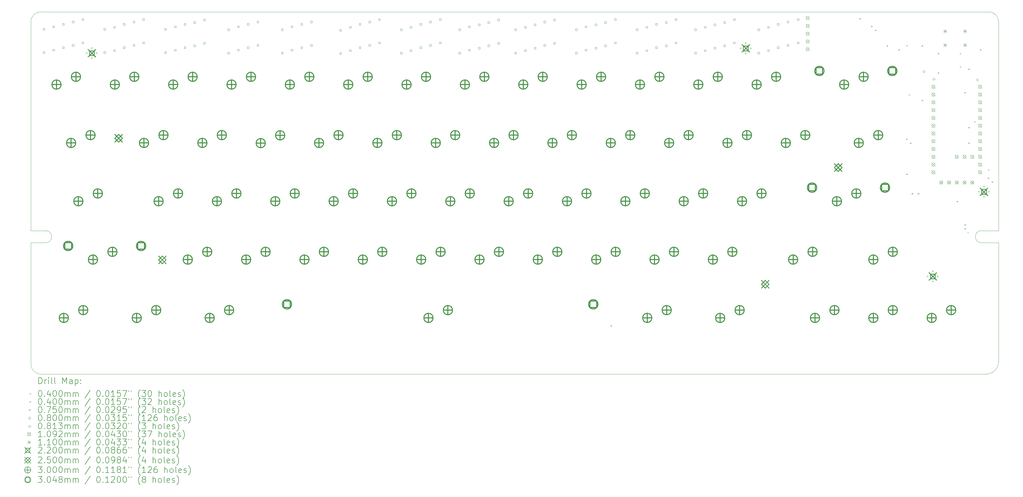
<source format=gbr>
%TF.GenerationSoftware,KiCad,Pcbnew,(6.0.10)*%
%TF.CreationDate,2023-09-30T09:28:59-05:00*%
%TF.ProjectId,RunTypeV3,52756e54-7970-4655-9633-2e6b69636164,rev?*%
%TF.SameCoordinates,Original*%
%TF.FileFunction,Drillmap*%
%TF.FilePolarity,Positive*%
%FSLAX45Y45*%
G04 Gerber Fmt 4.5, Leading zero omitted, Abs format (unit mm)*
G04 Created by KiCad (PCBNEW (6.0.10)) date 2023-09-30 09:28:59*
%MOMM*%
%LPD*%
G01*
G04 APERTURE LIST*
%ADD10C,0.100000*%
%ADD11C,0.200000*%
%ADD12C,0.040000*%
%ADD13C,0.075000*%
%ADD14C,0.080000*%
%ADD15C,0.081280*%
%ADD16C,0.109220*%
%ADD17C,0.110000*%
%ADD18C,0.220000*%
%ADD19C,0.250000*%
%ADD20C,0.300000*%
%ADD21C,0.304800*%
G04 APERTURE END LIST*
D10*
X1825625Y-8969376D02*
G75*
G03*
X1825625Y-8572500I0J198438D01*
G01*
X1666875Y-1428750D02*
G75*
G03*
X1349375Y-1746250I0J-317500D01*
G01*
X32385000Y-8572505D02*
G75*
G03*
X32385000Y-8969375I0J-198435D01*
G01*
X1349375Y-8572500D02*
X1349375Y-1746250D01*
X1666875Y-1428750D02*
X32623125Y-1428750D01*
X1349375Y-8969375D02*
X1825625Y-8969375D01*
X32940625Y-8572500D02*
X32940625Y-1746250D01*
X1349375Y-12938125D02*
X1349375Y-8969375D01*
X32385000Y-8572500D02*
X32940625Y-8572500D01*
X32543750Y-13255625D02*
X1666875Y-13255625D01*
X32940620Y-1746250D02*
G75*
G03*
X32623125Y-1428750I-317500J0D01*
G01*
X1825625Y-8572500D02*
X1349375Y-8572500D01*
X32940625Y-8969375D02*
X32940625Y-12858750D01*
X32940625Y-8969375D02*
X32385000Y-8969375D01*
X32543750Y-13255625D02*
G75*
G03*
X32940625Y-12858750I0J396875D01*
G01*
X1349375Y-12938125D02*
G75*
G03*
X1666875Y-13255625I317500J0D01*
G01*
D11*
D12*
X20268250Y-11664000D02*
X20308250Y-11704000D01*
X20308250Y-11664000D02*
X20268250Y-11704000D01*
X28396250Y-1631000D02*
X28436250Y-1671000D01*
X28436250Y-1631000D02*
X28396250Y-1671000D01*
X28777250Y-1885000D02*
X28817250Y-1925000D01*
X28817250Y-1885000D02*
X28777250Y-1925000D01*
X28904250Y-2012000D02*
X28944250Y-2052000D01*
X28944250Y-2012000D02*
X28904250Y-2052000D01*
X29285250Y-2520000D02*
X29325250Y-2560000D01*
X29325250Y-2520000D02*
X29285250Y-2560000D01*
X29666250Y-2647000D02*
X29706250Y-2687000D01*
X29706250Y-2647000D02*
X29666250Y-2687000D01*
X29920250Y-5568000D02*
X29960250Y-5608000D01*
X29960250Y-5568000D02*
X29920250Y-5608000D01*
X29920250Y-6711000D02*
X29960250Y-6751000D01*
X29960250Y-6711000D02*
X29920250Y-6751000D01*
X29931792Y-2508458D02*
X29971792Y-2548458D01*
X29971792Y-2508458D02*
X29931792Y-2548458D01*
X30008500Y-4116375D02*
X30048500Y-4156375D01*
X30048500Y-4116375D02*
X30008500Y-4156375D01*
X30047250Y-5695000D02*
X30087250Y-5735000D01*
X30087250Y-5695000D02*
X30047250Y-5735000D01*
X30428250Y-2520000D02*
X30468250Y-2560000D01*
X30468250Y-2520000D02*
X30428250Y-2560000D01*
X30428250Y-4298000D02*
X30468250Y-4338000D01*
X30468250Y-4298000D02*
X30428250Y-4338000D01*
X30961000Y-2767000D02*
X31001000Y-2807000D01*
X31001000Y-2767000D02*
X30961000Y-2807000D01*
X30961000Y-3402000D02*
X31001000Y-3442000D01*
X31001000Y-3402000D02*
X30961000Y-3442000D01*
X31571250Y-7600000D02*
X31611250Y-7640000D01*
X31611250Y-7600000D02*
X31571250Y-7640000D01*
X31675375Y-2767000D02*
X31715375Y-2807000D01*
X31715375Y-2767000D02*
X31675375Y-2807000D01*
X31675793Y-3199826D02*
X31715793Y-3239826D01*
X31715793Y-3199826D02*
X31675793Y-3239826D01*
X31825250Y-4044000D02*
X31865250Y-4084000D01*
X31865250Y-4044000D02*
X31825250Y-4084000D01*
X31825250Y-8362000D02*
X31865250Y-8402000D01*
X31865250Y-8362000D02*
X31825250Y-8402000D01*
X31825250Y-8489000D02*
X31865250Y-8529000D01*
X31865250Y-8489000D02*
X31825250Y-8529000D01*
X31924800Y-8616000D02*
X31964800Y-8656000D01*
X31964800Y-8616000D02*
X31924800Y-8656000D01*
X31952250Y-3282000D02*
X31992250Y-3322000D01*
X31992250Y-3282000D02*
X31952250Y-3322000D01*
X31952250Y-5187000D02*
X31992250Y-5227000D01*
X31992250Y-5187000D02*
X31952250Y-5227000D01*
X31952250Y-5695000D02*
X31992250Y-5735000D01*
X31992250Y-5695000D02*
X31952250Y-5735000D01*
X32147921Y-4995351D02*
X32187921Y-5035351D01*
X32187921Y-4995351D02*
X32147921Y-5035351D01*
X32333250Y-2647000D02*
X32373250Y-2687000D01*
X32373250Y-2647000D02*
X32333250Y-2687000D01*
X32587250Y-6838000D02*
X32627250Y-6878000D01*
X32627250Y-6838000D02*
X32587250Y-6878000D01*
X32598725Y-6572525D02*
X32638725Y-6612525D01*
X32638725Y-6572525D02*
X32598725Y-6612525D01*
X32714250Y-6965000D02*
X32754250Y-7005000D01*
X32754250Y-6965000D02*
X32714250Y-7005000D01*
X3188750Y-2778125D02*
G75*
G03*
X3188750Y-2778125I-20000J0D01*
G01*
X3237077Y-2661452D02*
G75*
G03*
X3237077Y-2661452I-20000J0D01*
G01*
X3237077Y-2894798D02*
G75*
G03*
X3237077Y-2894798I-20000J0D01*
G01*
X3353750Y-2613125D02*
G75*
G03*
X3353750Y-2613125I-20000J0D01*
G01*
X3353750Y-2943125D02*
G75*
G03*
X3353750Y-2943125I-20000J0D01*
G01*
X3470423Y-2661452D02*
G75*
G03*
X3470423Y-2661452I-20000J0D01*
G01*
X3470423Y-2894798D02*
G75*
G03*
X3470423Y-2894798I-20000J0D01*
G01*
X3518750Y-2778125D02*
G75*
G03*
X3518750Y-2778125I-20000J0D01*
G01*
X24540625Y-2619375D02*
G75*
G03*
X24540625Y-2619375I-20000J0D01*
G01*
X24588952Y-2502702D02*
G75*
G03*
X24588952Y-2502702I-20000J0D01*
G01*
X24588952Y-2736048D02*
G75*
G03*
X24588952Y-2736048I-20000J0D01*
G01*
X24705625Y-2454375D02*
G75*
G03*
X24705625Y-2454375I-20000J0D01*
G01*
X24705625Y-2784375D02*
G75*
G03*
X24705625Y-2784375I-20000J0D01*
G01*
X24822298Y-2502702D02*
G75*
G03*
X24822298Y-2502702I-20000J0D01*
G01*
X24822298Y-2736048D02*
G75*
G03*
X24822298Y-2736048I-20000J0D01*
G01*
X24870625Y-2619375D02*
G75*
G03*
X24870625Y-2619375I-20000J0D01*
G01*
X30650250Y-10067000D02*
G75*
G03*
X30650250Y-10067000I-20000J0D01*
G01*
X30698577Y-9950327D02*
G75*
G03*
X30698577Y-9950327I-20000J0D01*
G01*
X30698577Y-10183673D02*
G75*
G03*
X30698577Y-10183673I-20000J0D01*
G01*
X30815250Y-9902000D02*
G75*
G03*
X30815250Y-9902000I-20000J0D01*
G01*
X30815250Y-10232000D02*
G75*
G03*
X30815250Y-10232000I-20000J0D01*
G01*
X30931923Y-9950327D02*
G75*
G03*
X30931923Y-9950327I-20000J0D01*
G01*
X30931923Y-10183673D02*
G75*
G03*
X30931923Y-10183673I-20000J0D01*
G01*
X30980250Y-10067000D02*
G75*
G03*
X30980250Y-10067000I-20000J0D01*
G01*
X32319375Y-7302500D02*
G75*
G03*
X32319375Y-7302500I-20000J0D01*
G01*
X32367702Y-7185827D02*
G75*
G03*
X32367702Y-7185827I-20000J0D01*
G01*
X32367702Y-7419173D02*
G75*
G03*
X32367702Y-7419173I-20000J0D01*
G01*
X32484375Y-7137500D02*
G75*
G03*
X32484375Y-7137500I-20000J0D01*
G01*
X32484375Y-7467500D02*
G75*
G03*
X32484375Y-7467500I-20000J0D01*
G01*
X32601048Y-7185827D02*
G75*
G03*
X32601048Y-7185827I-20000J0D01*
G01*
X32601048Y-7419173D02*
G75*
G03*
X32601048Y-7419173I-20000J0D01*
G01*
X32649375Y-7302500D02*
G75*
G03*
X32649375Y-7302500I-20000J0D01*
G01*
D13*
X30121250Y-7328500D02*
X30121250Y-7403500D01*
X30083750Y-7366000D02*
X30158750Y-7366000D01*
X30321250Y-7328500D02*
X30321250Y-7403500D01*
X30283750Y-7366000D02*
X30358750Y-7366000D01*
D14*
X1799284Y-2021534D02*
X1799284Y-1964965D01*
X1742715Y-1964965D01*
X1742715Y-2021534D01*
X1799284Y-2021534D01*
X1799284Y-2783535D02*
X1799284Y-2726966D01*
X1742715Y-2726966D01*
X1742715Y-2783535D01*
X1799284Y-2783535D01*
X2116785Y-1942159D02*
X2116785Y-1885590D01*
X2060215Y-1885590D01*
X2060215Y-1942159D01*
X2116785Y-1942159D01*
X2116785Y-2704160D02*
X2116785Y-2647591D01*
X2060215Y-2647591D01*
X2060215Y-2704160D01*
X2116785Y-2704160D01*
X2434285Y-1862784D02*
X2434285Y-1806215D01*
X2377716Y-1806215D01*
X2377716Y-1862784D01*
X2434285Y-1862784D01*
X2434285Y-2624785D02*
X2434285Y-2568216D01*
X2377716Y-2568216D01*
X2377716Y-2624785D01*
X2434285Y-2624785D01*
X2751785Y-1783409D02*
X2751785Y-1726840D01*
X2695216Y-1726840D01*
X2695216Y-1783409D01*
X2751785Y-1783409D01*
X2751785Y-2545410D02*
X2751785Y-2488841D01*
X2695216Y-2488841D01*
X2695216Y-2545410D01*
X2751785Y-2545410D01*
X3069284Y-1704034D02*
X3069284Y-1647465D01*
X3012715Y-1647465D01*
X3012715Y-1704034D01*
X3069284Y-1704034D01*
X3069284Y-2466035D02*
X3069284Y-2409466D01*
X3012715Y-2409466D01*
X3012715Y-2466035D01*
X3069284Y-2466035D01*
X3783659Y-2021534D02*
X3783659Y-1964965D01*
X3727090Y-1964965D01*
X3727090Y-2021534D01*
X3783659Y-2021534D01*
X3783659Y-2783535D02*
X3783659Y-2726966D01*
X3727090Y-2726966D01*
X3727090Y-2783535D01*
X3783659Y-2783535D01*
X4101159Y-1958034D02*
X4101159Y-1901465D01*
X4044590Y-1901465D01*
X4044590Y-1958034D01*
X4101159Y-1958034D01*
X4101159Y-2720035D02*
X4101159Y-2663466D01*
X4044590Y-2663466D01*
X4044590Y-2720035D01*
X4101159Y-2720035D01*
X4418660Y-1862784D02*
X4418660Y-1806215D01*
X4362091Y-1806215D01*
X4362091Y-1862784D01*
X4418660Y-1862784D01*
X4418660Y-2624785D02*
X4418660Y-2568216D01*
X4362091Y-2568216D01*
X4362091Y-2624785D01*
X4418660Y-2624785D01*
X4736160Y-1783409D02*
X4736160Y-1726840D01*
X4679591Y-1726840D01*
X4679591Y-1783409D01*
X4736160Y-1783409D01*
X4736160Y-2545410D02*
X4736160Y-2488841D01*
X4679591Y-2488841D01*
X4679591Y-2545410D01*
X4736160Y-2545410D01*
X5053660Y-1704034D02*
X5053660Y-1647465D01*
X4997091Y-1647465D01*
X4997091Y-1704034D01*
X5053660Y-1704034D01*
X5053660Y-2466035D02*
X5053660Y-2409466D01*
X4997091Y-2409466D01*
X4997091Y-2466035D01*
X5053660Y-2466035D01*
X5768034Y-2021534D02*
X5768034Y-1964965D01*
X5711465Y-1964965D01*
X5711465Y-2021534D01*
X5768034Y-2021534D01*
X5768034Y-2783535D02*
X5768034Y-2726966D01*
X5711465Y-2726966D01*
X5711465Y-2783535D01*
X5768034Y-2783535D01*
X6085534Y-1942159D02*
X6085534Y-1885590D01*
X6028965Y-1885590D01*
X6028965Y-1942159D01*
X6085534Y-1942159D01*
X6085534Y-2704160D02*
X6085534Y-2647591D01*
X6028965Y-2647591D01*
X6028965Y-2704160D01*
X6085534Y-2704160D01*
X6403034Y-1862784D02*
X6403034Y-1806215D01*
X6346465Y-1806215D01*
X6346465Y-1862784D01*
X6403034Y-1862784D01*
X6403034Y-2624785D02*
X6403034Y-2568216D01*
X6346465Y-2568216D01*
X6346465Y-2624785D01*
X6403034Y-2624785D01*
X6720534Y-1799284D02*
X6720534Y-1742715D01*
X6663965Y-1742715D01*
X6663965Y-1799284D01*
X6720534Y-1799284D01*
X6720534Y-2561285D02*
X6720534Y-2504716D01*
X6663965Y-2504716D01*
X6663965Y-2561285D01*
X6720534Y-2561285D01*
X7038034Y-1719909D02*
X7038034Y-1663340D01*
X6981465Y-1663340D01*
X6981465Y-1719909D01*
X7038034Y-1719909D01*
X7038034Y-2481910D02*
X7038034Y-2425341D01*
X6981465Y-2425341D01*
X6981465Y-2481910D01*
X7038034Y-2481910D01*
X7831784Y-2037409D02*
X7831784Y-1980840D01*
X7775215Y-1980840D01*
X7775215Y-2037409D01*
X7831784Y-2037409D01*
X7831784Y-2799409D02*
X7831784Y-2742841D01*
X7775215Y-2742841D01*
X7775215Y-2799409D01*
X7831784Y-2799409D01*
X8149284Y-1942159D02*
X8149284Y-1885590D01*
X8092715Y-1885590D01*
X8092715Y-1942159D01*
X8149284Y-1942159D01*
X8149284Y-2704160D02*
X8149284Y-2647591D01*
X8092715Y-2647591D01*
X8092715Y-2704160D01*
X8149284Y-2704160D01*
X8466785Y-1862784D02*
X8466785Y-1806215D01*
X8410216Y-1806215D01*
X8410216Y-1862784D01*
X8466785Y-1862784D01*
X8466785Y-2624785D02*
X8466785Y-2568216D01*
X8410216Y-2568216D01*
X8410216Y-2624785D01*
X8466785Y-2624785D01*
X8784285Y-1783409D02*
X8784285Y-1726840D01*
X8727716Y-1726840D01*
X8727716Y-1783409D01*
X8784285Y-1783409D01*
X8784285Y-2545410D02*
X8784285Y-2488841D01*
X8727716Y-2488841D01*
X8727716Y-2545410D01*
X8784285Y-2545410D01*
X9578035Y-2037409D02*
X9578035Y-1980840D01*
X9521466Y-1980840D01*
X9521466Y-2037409D01*
X9578035Y-2037409D01*
X9578035Y-2799409D02*
X9578035Y-2742841D01*
X9521466Y-2742841D01*
X9521466Y-2799409D01*
X9578035Y-2799409D01*
X9895535Y-1942159D02*
X9895535Y-1885590D01*
X9838966Y-1885590D01*
X9838966Y-1942159D01*
X9895535Y-1942159D01*
X9895535Y-2704160D02*
X9895535Y-2647591D01*
X9838966Y-2647591D01*
X9838966Y-2704160D01*
X9895535Y-2704160D01*
X10213035Y-1862784D02*
X10213035Y-1806215D01*
X10156466Y-1806215D01*
X10156466Y-1862784D01*
X10213035Y-1862784D01*
X10213035Y-2624785D02*
X10213035Y-2568216D01*
X10156466Y-2568216D01*
X10156466Y-2624785D01*
X10213035Y-2624785D01*
X10530535Y-1783409D02*
X10530535Y-1726840D01*
X10473966Y-1726840D01*
X10473966Y-1783409D01*
X10530535Y-1783409D01*
X10530535Y-2545410D02*
X10530535Y-2488841D01*
X10473966Y-2488841D01*
X10473966Y-2545410D01*
X10530535Y-2545410D01*
X11483034Y-2053284D02*
X11483034Y-1996715D01*
X11426465Y-1996715D01*
X11426465Y-2053284D01*
X11483034Y-2053284D01*
X11483034Y-2815284D02*
X11483034Y-2758716D01*
X11426465Y-2758716D01*
X11426465Y-2815284D01*
X11483034Y-2815284D01*
X11800534Y-1958034D02*
X11800534Y-1901465D01*
X11743965Y-1901465D01*
X11743965Y-1958034D01*
X11800534Y-1958034D01*
X11800534Y-2720035D02*
X11800534Y-2663466D01*
X11743965Y-2663466D01*
X11743965Y-2720035D01*
X11800534Y-2720035D01*
X12118034Y-1862784D02*
X12118034Y-1806215D01*
X12061465Y-1806215D01*
X12061465Y-1862784D01*
X12118034Y-1862784D01*
X12118034Y-2624785D02*
X12118034Y-2568216D01*
X12061465Y-2568216D01*
X12061465Y-2624785D01*
X12118034Y-2624785D01*
X12435534Y-1783409D02*
X12435534Y-1726840D01*
X12378965Y-1726840D01*
X12378965Y-1783409D01*
X12435534Y-1783409D01*
X12435534Y-2545410D02*
X12435534Y-2488841D01*
X12378965Y-2488841D01*
X12378965Y-2545410D01*
X12435534Y-2545410D01*
X12753034Y-1704034D02*
X12753034Y-1647465D01*
X12696465Y-1647465D01*
X12696465Y-1704034D01*
X12753034Y-1704034D01*
X12753034Y-2466035D02*
X12753034Y-2409466D01*
X12696465Y-2409466D01*
X12696465Y-2466035D01*
X12753034Y-2466035D01*
X13467409Y-2037409D02*
X13467409Y-1980840D01*
X13410840Y-1980840D01*
X13410840Y-2037409D01*
X13467409Y-2037409D01*
X13467409Y-2799409D02*
X13467409Y-2742841D01*
X13410840Y-2742841D01*
X13410840Y-2799409D01*
X13467409Y-2799409D01*
X13784909Y-1958034D02*
X13784909Y-1901465D01*
X13728340Y-1901465D01*
X13728340Y-1958034D01*
X13784909Y-1958034D01*
X13784909Y-2720035D02*
X13784909Y-2663466D01*
X13728340Y-2663466D01*
X13728340Y-2720035D01*
X13784909Y-2720035D01*
X14102409Y-1862784D02*
X14102409Y-1806215D01*
X14045840Y-1806215D01*
X14045840Y-1862784D01*
X14102409Y-1862784D01*
X14102409Y-2624785D02*
X14102409Y-2568216D01*
X14045840Y-2568216D01*
X14045840Y-2624785D01*
X14102409Y-2624785D01*
X14419909Y-1783409D02*
X14419909Y-1726840D01*
X14363340Y-1726840D01*
X14363340Y-1783409D01*
X14419909Y-1783409D01*
X14419909Y-2545410D02*
X14419909Y-2488841D01*
X14363340Y-2488841D01*
X14363340Y-2545410D01*
X14419909Y-2545410D01*
X14737409Y-1704034D02*
X14737409Y-1647465D01*
X14680840Y-1647465D01*
X14680840Y-1704034D01*
X14737409Y-1704034D01*
X14737409Y-2466035D02*
X14737409Y-2409466D01*
X14680840Y-2409466D01*
X14680840Y-2466035D01*
X14737409Y-2466035D01*
X15372409Y-2037409D02*
X15372409Y-1980840D01*
X15315840Y-1980840D01*
X15315840Y-2037409D01*
X15372409Y-2037409D01*
X15372409Y-2799409D02*
X15372409Y-2742841D01*
X15315840Y-2742841D01*
X15315840Y-2799409D01*
X15372409Y-2799409D01*
X15689909Y-1942159D02*
X15689909Y-1885590D01*
X15633340Y-1885590D01*
X15633340Y-1942159D01*
X15689909Y-1942159D01*
X15689909Y-2704160D02*
X15689909Y-2647591D01*
X15633340Y-2647591D01*
X15633340Y-2704160D01*
X15689909Y-2704160D01*
X16007409Y-1878659D02*
X16007409Y-1822090D01*
X15950840Y-1822090D01*
X15950840Y-1878659D01*
X16007409Y-1878659D01*
X16007409Y-2640660D02*
X16007409Y-2584091D01*
X15950840Y-2584091D01*
X15950840Y-2640660D01*
X16007409Y-2640660D01*
X16324909Y-1799284D02*
X16324909Y-1742715D01*
X16268340Y-1742715D01*
X16268340Y-1799284D01*
X16324909Y-1799284D01*
X16324909Y-2561285D02*
X16324909Y-2504716D01*
X16268340Y-2504716D01*
X16268340Y-2561285D01*
X16324909Y-2561285D01*
X16642409Y-1719909D02*
X16642409Y-1663340D01*
X16585840Y-1663340D01*
X16585840Y-1719909D01*
X16642409Y-1719909D01*
X16642409Y-2481910D02*
X16642409Y-2425341D01*
X16585840Y-2425341D01*
X16585840Y-2481910D01*
X16642409Y-2481910D01*
X17198035Y-2037409D02*
X17198035Y-1980840D01*
X17141466Y-1980840D01*
X17141466Y-2037409D01*
X17198035Y-2037409D01*
X17198035Y-2799409D02*
X17198035Y-2742841D01*
X17141466Y-2742841D01*
X17141466Y-2799409D01*
X17198035Y-2799409D01*
X17515535Y-1958034D02*
X17515535Y-1901465D01*
X17458966Y-1901465D01*
X17458966Y-1958034D01*
X17515535Y-1958034D01*
X17515535Y-2720035D02*
X17515535Y-2663466D01*
X17458966Y-2663466D01*
X17458966Y-2720035D01*
X17515535Y-2720035D01*
X17833035Y-1878659D02*
X17833035Y-1822090D01*
X17776466Y-1822090D01*
X17776466Y-1878659D01*
X17833035Y-1878659D01*
X17833035Y-2640660D02*
X17833035Y-2584091D01*
X17776466Y-2584091D01*
X17776466Y-2640660D01*
X17833035Y-2640660D01*
X18150535Y-1783409D02*
X18150535Y-1726840D01*
X18093966Y-1726840D01*
X18093966Y-1783409D01*
X18150535Y-1783409D01*
X18150535Y-2545410D02*
X18150535Y-2488841D01*
X18093966Y-2488841D01*
X18093966Y-2545410D01*
X18150535Y-2545410D01*
X18468035Y-1719909D02*
X18468035Y-1663340D01*
X18411466Y-1663340D01*
X18411466Y-1719909D01*
X18468035Y-1719909D01*
X18468035Y-2481910D02*
X18468035Y-2425341D01*
X18411466Y-2425341D01*
X18411466Y-2481910D01*
X18468035Y-2481910D01*
X19182410Y-2037409D02*
X19182410Y-1980840D01*
X19125841Y-1980840D01*
X19125841Y-2037409D01*
X19182410Y-2037409D01*
X19182410Y-2799409D02*
X19182410Y-2742841D01*
X19125841Y-2742841D01*
X19125841Y-2799409D01*
X19182410Y-2799409D01*
X19499910Y-1942159D02*
X19499910Y-1885590D01*
X19443341Y-1885590D01*
X19443341Y-1942159D01*
X19499910Y-1942159D01*
X19499910Y-2704160D02*
X19499910Y-2647591D01*
X19443341Y-2647591D01*
X19443341Y-2704160D01*
X19499910Y-2704160D01*
X19817410Y-1878659D02*
X19817410Y-1822090D01*
X19760841Y-1822090D01*
X19760841Y-1878659D01*
X19817410Y-1878659D01*
X19817410Y-2640660D02*
X19817410Y-2584091D01*
X19760841Y-2584091D01*
X19760841Y-2640660D01*
X19817410Y-2640660D01*
X20134910Y-1799284D02*
X20134910Y-1742715D01*
X20078341Y-1742715D01*
X20078341Y-1799284D01*
X20134910Y-1799284D01*
X20134910Y-2561285D02*
X20134910Y-2504716D01*
X20078341Y-2504716D01*
X20078341Y-2561285D01*
X20134910Y-2561285D01*
X20452410Y-1704034D02*
X20452410Y-1647465D01*
X20395841Y-1647465D01*
X20395841Y-1704034D01*
X20452410Y-1704034D01*
X20452410Y-2466035D02*
X20452410Y-2409466D01*
X20395841Y-2409466D01*
X20395841Y-2466035D01*
X20452410Y-2466035D01*
X21166785Y-2037409D02*
X21166785Y-1980840D01*
X21110216Y-1980840D01*
X21110216Y-2037409D01*
X21166785Y-2037409D01*
X21166785Y-2799409D02*
X21166785Y-2742841D01*
X21110216Y-2742841D01*
X21110216Y-2799409D01*
X21166785Y-2799409D01*
X21484285Y-1958034D02*
X21484285Y-1901465D01*
X21427716Y-1901465D01*
X21427716Y-1958034D01*
X21484285Y-1958034D01*
X21484285Y-2720035D02*
X21484285Y-2663466D01*
X21427716Y-2663466D01*
X21427716Y-2720035D01*
X21484285Y-2720035D01*
X21801785Y-1862784D02*
X21801785Y-1806215D01*
X21745216Y-1806215D01*
X21745216Y-1862784D01*
X21801785Y-1862784D01*
X21801785Y-2624785D02*
X21801785Y-2568216D01*
X21745216Y-2568216D01*
X21745216Y-2624785D01*
X21801785Y-2624785D01*
X22119285Y-1799284D02*
X22119285Y-1742715D01*
X22062716Y-1742715D01*
X22062716Y-1799284D01*
X22119285Y-1799284D01*
X22119285Y-2561285D02*
X22119285Y-2504716D01*
X22062716Y-2504716D01*
X22062716Y-2561285D01*
X22119285Y-2561285D01*
X22436784Y-1704034D02*
X22436784Y-1647465D01*
X22380215Y-1647465D01*
X22380215Y-1704034D01*
X22436784Y-1704034D01*
X22436784Y-2466035D02*
X22436784Y-2409466D01*
X22380215Y-2409466D01*
X22380215Y-2466035D01*
X22436784Y-2466035D01*
X23071784Y-2037409D02*
X23071784Y-1980840D01*
X23015215Y-1980840D01*
X23015215Y-2037409D01*
X23071784Y-2037409D01*
X23071784Y-2799409D02*
X23071784Y-2742841D01*
X23015215Y-2742841D01*
X23015215Y-2799409D01*
X23071784Y-2799409D01*
X23389284Y-1958034D02*
X23389284Y-1901465D01*
X23332715Y-1901465D01*
X23332715Y-1958034D01*
X23389284Y-1958034D01*
X23389284Y-2720035D02*
X23389284Y-2663466D01*
X23332715Y-2663466D01*
X23332715Y-2720035D01*
X23389284Y-2720035D01*
X23706784Y-1878659D02*
X23706784Y-1822090D01*
X23650215Y-1822090D01*
X23650215Y-1878659D01*
X23706784Y-1878659D01*
X23706784Y-2640660D02*
X23706784Y-2584091D01*
X23650215Y-2584091D01*
X23650215Y-2640660D01*
X23706784Y-2640660D01*
X24024284Y-1799284D02*
X24024284Y-1742715D01*
X23967715Y-1742715D01*
X23967715Y-1799284D01*
X24024284Y-1799284D01*
X24024284Y-2561285D02*
X24024284Y-2504716D01*
X23967715Y-2504716D01*
X23967715Y-2561285D01*
X24024284Y-2561285D01*
X24341784Y-1704034D02*
X24341784Y-1647465D01*
X24285215Y-1647465D01*
X24285215Y-1704034D01*
X24341784Y-1704034D01*
X24341784Y-2466035D02*
X24341784Y-2409466D01*
X24285215Y-2409466D01*
X24285215Y-2466035D01*
X24341784Y-2466035D01*
X25135534Y-2037409D02*
X25135534Y-1980840D01*
X25078965Y-1980840D01*
X25078965Y-2037409D01*
X25135534Y-2037409D01*
X25135534Y-2799409D02*
X25135534Y-2742841D01*
X25078965Y-2742841D01*
X25078965Y-2799409D01*
X25135534Y-2799409D01*
X25453034Y-1958034D02*
X25453034Y-1901465D01*
X25396465Y-1901465D01*
X25396465Y-1958034D01*
X25453034Y-1958034D01*
X25453034Y-2720035D02*
X25453034Y-2663466D01*
X25396465Y-2663466D01*
X25396465Y-2720035D01*
X25453034Y-2720035D01*
X25770534Y-1862784D02*
X25770534Y-1806215D01*
X25713965Y-1806215D01*
X25713965Y-1862784D01*
X25770534Y-1862784D01*
X25770534Y-2624785D02*
X25770534Y-2568216D01*
X25713965Y-2568216D01*
X25713965Y-2624785D01*
X25770534Y-2624785D01*
X26088034Y-1783409D02*
X26088034Y-1726840D01*
X26031465Y-1726840D01*
X26031465Y-1783409D01*
X26088034Y-1783409D01*
X26088034Y-2545410D02*
X26088034Y-2488841D01*
X26031465Y-2488841D01*
X26031465Y-2545410D01*
X26088034Y-2545410D01*
X26421409Y-1704034D02*
X26421409Y-1647465D01*
X26364840Y-1647465D01*
X26364840Y-1704034D01*
X26421409Y-1704034D01*
X26421409Y-2466035D02*
X26421409Y-2409466D01*
X26364840Y-2409466D01*
X26364840Y-2466035D01*
X26421409Y-2466035D01*
D15*
X30501956Y-3420621D02*
X30542596Y-3379981D01*
X30501956Y-3339341D01*
X30461316Y-3379981D01*
X30501956Y-3420621D01*
X30829250Y-3661712D02*
X30869890Y-3621072D01*
X30829250Y-3580432D01*
X30788610Y-3621072D01*
X30829250Y-3661712D01*
X32237618Y-3690436D02*
X32278258Y-3649796D01*
X32237618Y-3609156D01*
X32196978Y-3649796D01*
X32237618Y-3690436D01*
D16*
X26655097Y-1578576D02*
X26764317Y-1687796D01*
X26764317Y-1578576D02*
X26655097Y-1687796D01*
X26764317Y-1633186D02*
G75*
G03*
X26764317Y-1633186I-54610J0D01*
G01*
X26655097Y-1832576D02*
X26764317Y-1941796D01*
X26764317Y-1832576D02*
X26655097Y-1941796D01*
X26764317Y-1887186D02*
G75*
G03*
X26764317Y-1887186I-54610J0D01*
G01*
X26655097Y-2086576D02*
X26764317Y-2195796D01*
X26764317Y-2086576D02*
X26655097Y-2195796D01*
X26764317Y-2141186D02*
G75*
G03*
X26764317Y-2141186I-54610J0D01*
G01*
X26655097Y-2340576D02*
X26764317Y-2449796D01*
X26764317Y-2340576D02*
X26655097Y-2449796D01*
X26764317Y-2395186D02*
G75*
G03*
X26764317Y-2395186I-54610J0D01*
G01*
X26655097Y-2594576D02*
X26764317Y-2703796D01*
X26764317Y-2594576D02*
X26655097Y-2703796D01*
X26764317Y-2649186D02*
G75*
G03*
X26764317Y-2649186I-54610J0D01*
G01*
X30760201Y-3820462D02*
X30869421Y-3929682D01*
X30869421Y-3820462D02*
X30760201Y-3929682D01*
X30869421Y-3875072D02*
G75*
G03*
X30869421Y-3875072I-54610J0D01*
G01*
X30760201Y-4074462D02*
X30869421Y-4183682D01*
X30869421Y-4074462D02*
X30760201Y-4183682D01*
X30869421Y-4129072D02*
G75*
G03*
X30869421Y-4129072I-54610J0D01*
G01*
X30760201Y-4328462D02*
X30869421Y-4437682D01*
X30869421Y-4328462D02*
X30760201Y-4437682D01*
X30869421Y-4383072D02*
G75*
G03*
X30869421Y-4383072I-54610J0D01*
G01*
X30760201Y-4582462D02*
X30869421Y-4691682D01*
X30869421Y-4582462D02*
X30760201Y-4691682D01*
X30869421Y-4637072D02*
G75*
G03*
X30869421Y-4637072I-54610J0D01*
G01*
X30760201Y-4836462D02*
X30869421Y-4945682D01*
X30869421Y-4836462D02*
X30760201Y-4945682D01*
X30869421Y-4891072D02*
G75*
G03*
X30869421Y-4891072I-54610J0D01*
G01*
X30760201Y-5090462D02*
X30869421Y-5199682D01*
X30869421Y-5090462D02*
X30760201Y-5199682D01*
X30869421Y-5145072D02*
G75*
G03*
X30869421Y-5145072I-54610J0D01*
G01*
X30760201Y-5344462D02*
X30869421Y-5453682D01*
X30869421Y-5344462D02*
X30760201Y-5453682D01*
X30869421Y-5399072D02*
G75*
G03*
X30869421Y-5399072I-54610J0D01*
G01*
X30760201Y-5598462D02*
X30869421Y-5707682D01*
X30869421Y-5598462D02*
X30760201Y-5707682D01*
X30869421Y-5653072D02*
G75*
G03*
X30869421Y-5653072I-54610J0D01*
G01*
X30760201Y-5852462D02*
X30869421Y-5961682D01*
X30869421Y-5852462D02*
X30760201Y-5961682D01*
X30869421Y-5907072D02*
G75*
G03*
X30869421Y-5907072I-54610J0D01*
G01*
X30760201Y-6106462D02*
X30869421Y-6215682D01*
X30869421Y-6106462D02*
X30760201Y-6215682D01*
X30869421Y-6161072D02*
G75*
G03*
X30869421Y-6161072I-54610J0D01*
G01*
X30760201Y-6360462D02*
X30869421Y-6469682D01*
X30869421Y-6360462D02*
X30760201Y-6469682D01*
X30869421Y-6415072D02*
G75*
G03*
X30869421Y-6415072I-54610J0D01*
G01*
X30760201Y-6614462D02*
X30869421Y-6723682D01*
X30869421Y-6614462D02*
X30760201Y-6723682D01*
X30869421Y-6669072D02*
G75*
G03*
X30869421Y-6669072I-54610J0D01*
G01*
X31014201Y-6946920D02*
X31123421Y-7056140D01*
X31123421Y-6946920D02*
X31014201Y-7056140D01*
X31123421Y-7001530D02*
G75*
G03*
X31123421Y-7001530I-54610J0D01*
G01*
X31268201Y-6946920D02*
X31377421Y-7056140D01*
X31377421Y-6946920D02*
X31268201Y-7056140D01*
X31377421Y-7001530D02*
G75*
G03*
X31377421Y-7001530I-54610J0D01*
G01*
X31522201Y-6106462D02*
X31631421Y-6215682D01*
X31631421Y-6106462D02*
X31522201Y-6215682D01*
X31631421Y-6161072D02*
G75*
G03*
X31631421Y-6161072I-54610J0D01*
G01*
X31522201Y-6946920D02*
X31631421Y-7056140D01*
X31631421Y-6946920D02*
X31522201Y-7056140D01*
X31631421Y-7001530D02*
G75*
G03*
X31631421Y-7001530I-54610J0D01*
G01*
X31776201Y-6106462D02*
X31885421Y-6215682D01*
X31885421Y-6106462D02*
X31776201Y-6215682D01*
X31885421Y-6161072D02*
G75*
G03*
X31885421Y-6161072I-54610J0D01*
G01*
X31776201Y-6946920D02*
X31885421Y-7056140D01*
X31885421Y-6946920D02*
X31776201Y-7056140D01*
X31885421Y-7001530D02*
G75*
G03*
X31885421Y-7001530I-54610J0D01*
G01*
X32030201Y-6106462D02*
X32139421Y-6215682D01*
X32139421Y-6106462D02*
X32030201Y-6215682D01*
X32139421Y-6161072D02*
G75*
G03*
X32139421Y-6161072I-54610J0D01*
G01*
X32030201Y-6946920D02*
X32139421Y-7056140D01*
X32139421Y-6946920D02*
X32030201Y-7056140D01*
X32139421Y-7001530D02*
G75*
G03*
X32139421Y-7001530I-54610J0D01*
G01*
X32284201Y-3820462D02*
X32393421Y-3929682D01*
X32393421Y-3820462D02*
X32284201Y-3929682D01*
X32393421Y-3875072D02*
G75*
G03*
X32393421Y-3875072I-54610J0D01*
G01*
X32284201Y-4074462D02*
X32393421Y-4183682D01*
X32393421Y-4074462D02*
X32284201Y-4183682D01*
X32393421Y-4129072D02*
G75*
G03*
X32393421Y-4129072I-54610J0D01*
G01*
X32284201Y-4328462D02*
X32393421Y-4437682D01*
X32393421Y-4328462D02*
X32284201Y-4437682D01*
X32393421Y-4383072D02*
G75*
G03*
X32393421Y-4383072I-54610J0D01*
G01*
X32284201Y-4582462D02*
X32393421Y-4691682D01*
X32393421Y-4582462D02*
X32284201Y-4691682D01*
X32393421Y-4637072D02*
G75*
G03*
X32393421Y-4637072I-54610J0D01*
G01*
X32284201Y-4836462D02*
X32393421Y-4945682D01*
X32393421Y-4836462D02*
X32284201Y-4945682D01*
X32393421Y-4891072D02*
G75*
G03*
X32393421Y-4891072I-54610J0D01*
G01*
X32284201Y-5090462D02*
X32393421Y-5199682D01*
X32393421Y-5090462D02*
X32284201Y-5199682D01*
X32393421Y-5145072D02*
G75*
G03*
X32393421Y-5145072I-54610J0D01*
G01*
X32284201Y-5344462D02*
X32393421Y-5453682D01*
X32393421Y-5344462D02*
X32284201Y-5453682D01*
X32393421Y-5399072D02*
G75*
G03*
X32393421Y-5399072I-54610J0D01*
G01*
X32284201Y-5598462D02*
X32393421Y-5707682D01*
X32393421Y-5598462D02*
X32284201Y-5707682D01*
X32393421Y-5653072D02*
G75*
G03*
X32393421Y-5653072I-54610J0D01*
G01*
X32284201Y-5852462D02*
X32393421Y-5961682D01*
X32393421Y-5852462D02*
X32284201Y-5961682D01*
X32393421Y-5907072D02*
G75*
G03*
X32393421Y-5907072I-54610J0D01*
G01*
X32284201Y-6106462D02*
X32393421Y-6215682D01*
X32393421Y-6106462D02*
X32284201Y-6215682D01*
X32393421Y-6161072D02*
G75*
G03*
X32393421Y-6161072I-54610J0D01*
G01*
X32284201Y-6360462D02*
X32393421Y-6469682D01*
X32393421Y-6360462D02*
X32284201Y-6469682D01*
X32393421Y-6415072D02*
G75*
G03*
X32393421Y-6415072I-54610J0D01*
G01*
X32284201Y-6614462D02*
X32393421Y-6723682D01*
X32393421Y-6614462D02*
X32284201Y-6723682D01*
X32393421Y-6669072D02*
G75*
G03*
X32393421Y-6669072I-54610J0D01*
G01*
D17*
X31139375Y-2006000D02*
X31249375Y-2116000D01*
X31249375Y-2006000D02*
X31139375Y-2116000D01*
X31194375Y-2006000D02*
X31194375Y-2116000D01*
X31139375Y-2061000D02*
X31249375Y-2061000D01*
X31139375Y-2456000D02*
X31249375Y-2566000D01*
X31249375Y-2456000D02*
X31139375Y-2566000D01*
X31194375Y-2456000D02*
X31194375Y-2566000D01*
X31139375Y-2511000D02*
X31249375Y-2511000D01*
X31789375Y-2006000D02*
X31899375Y-2116000D01*
X31899375Y-2006000D02*
X31789375Y-2116000D01*
X31844375Y-2006000D02*
X31844375Y-2116000D01*
X31789375Y-2061000D02*
X31899375Y-2061000D01*
X31789375Y-2456000D02*
X31899375Y-2566000D01*
X31899375Y-2456000D02*
X31789375Y-2566000D01*
X31844375Y-2456000D02*
X31844375Y-2566000D01*
X31789375Y-2511000D02*
X31899375Y-2511000D01*
D18*
X3223750Y-2668125D02*
X3443750Y-2888125D01*
X3443750Y-2668125D02*
X3223750Y-2888125D01*
X3411532Y-2855907D02*
X3411532Y-2700343D01*
X3255967Y-2700343D01*
X3255967Y-2855907D01*
X3411532Y-2855907D01*
X24575625Y-2509375D02*
X24795625Y-2729375D01*
X24795625Y-2509375D02*
X24575625Y-2729375D01*
X24763407Y-2697158D02*
X24763407Y-2541593D01*
X24607842Y-2541593D01*
X24607842Y-2697158D01*
X24763407Y-2697158D01*
X30685250Y-9957000D02*
X30905250Y-10177000D01*
X30905250Y-9957000D02*
X30685250Y-10177000D01*
X30873032Y-10144783D02*
X30873032Y-9989218D01*
X30717467Y-9989218D01*
X30717467Y-10144783D01*
X30873032Y-10144783D01*
X32354375Y-7192500D02*
X32574375Y-7412500D01*
X32574375Y-7192500D02*
X32354375Y-7412500D01*
X32542157Y-7380282D02*
X32542157Y-7224717D01*
X32386592Y-7224717D01*
X32386592Y-7380282D01*
X32542157Y-7380282D01*
D19*
X4081875Y-5431250D02*
X4331875Y-5681250D01*
X4331875Y-5431250D02*
X4081875Y-5681250D01*
X4206875Y-5681250D02*
X4331875Y-5556250D01*
X4206875Y-5431250D01*
X4081875Y-5556250D01*
X4206875Y-5681250D01*
X5510625Y-9400000D02*
X5760625Y-9650000D01*
X5760625Y-9400000D02*
X5510625Y-9650000D01*
X5635625Y-9650000D02*
X5760625Y-9525000D01*
X5635625Y-9400000D01*
X5510625Y-9525000D01*
X5635625Y-9650000D01*
X25195625Y-10193750D02*
X25445625Y-10443750D01*
X25445625Y-10193750D02*
X25195625Y-10443750D01*
X25320625Y-10443750D02*
X25445625Y-10318750D01*
X25320625Y-10193750D01*
X25195625Y-10318750D01*
X25320625Y-10443750D01*
X27576875Y-6383750D02*
X27826875Y-6633750D01*
X27826875Y-6383750D02*
X27576875Y-6633750D01*
X27701875Y-6633750D02*
X27826875Y-6508750D01*
X27701875Y-6383750D01*
X27576875Y-6508750D01*
X27701875Y-6633750D01*
D20*
X2183750Y-3653000D02*
X2183750Y-3953000D01*
X2033750Y-3803000D02*
X2333750Y-3803000D01*
X2333750Y-3803000D02*
G75*
G03*
X2333750Y-3803000I-150000J0D01*
G01*
X2421875Y-11273000D02*
X2421875Y-11573000D01*
X2271875Y-11423000D02*
X2571875Y-11423000D01*
X2571875Y-11423000D02*
G75*
G03*
X2571875Y-11423000I-150000J0D01*
G01*
X2660000Y-5558000D02*
X2660000Y-5858000D01*
X2510000Y-5708000D02*
X2810000Y-5708000D01*
X2810000Y-5708000D02*
G75*
G03*
X2810000Y-5708000I-150000J0D01*
G01*
X2818750Y-3399000D02*
X2818750Y-3699000D01*
X2668750Y-3549000D02*
X2968750Y-3549000D01*
X2968750Y-3549000D02*
G75*
G03*
X2968750Y-3549000I-150000J0D01*
G01*
X2898125Y-7463000D02*
X2898125Y-7763000D01*
X2748125Y-7613000D02*
X3048125Y-7613000D01*
X3048125Y-7613000D02*
G75*
G03*
X3048125Y-7613000I-150000J0D01*
G01*
X3056875Y-11019000D02*
X3056875Y-11319000D01*
X2906875Y-11169000D02*
X3206875Y-11169000D01*
X3206875Y-11169000D02*
G75*
G03*
X3206875Y-11169000I-150000J0D01*
G01*
X3295000Y-5304000D02*
X3295000Y-5604000D01*
X3145000Y-5454000D02*
X3445000Y-5454000D01*
X3445000Y-5454000D02*
G75*
G03*
X3445000Y-5454000I-150000J0D01*
G01*
X3374375Y-9368000D02*
X3374375Y-9668000D01*
X3224375Y-9518000D02*
X3524375Y-9518000D01*
X3524375Y-9518000D02*
G75*
G03*
X3524375Y-9518000I-150000J0D01*
G01*
X3533125Y-7209000D02*
X3533125Y-7509000D01*
X3383125Y-7359000D02*
X3683125Y-7359000D01*
X3683125Y-7359000D02*
G75*
G03*
X3683125Y-7359000I-150000J0D01*
G01*
X4009375Y-9114000D02*
X4009375Y-9414000D01*
X3859375Y-9264000D02*
X4159375Y-9264000D01*
X4159375Y-9264000D02*
G75*
G03*
X4159375Y-9264000I-150000J0D01*
G01*
X4088750Y-3653000D02*
X4088750Y-3953000D01*
X3938750Y-3803000D02*
X4238750Y-3803000D01*
X4238750Y-3803000D02*
G75*
G03*
X4238750Y-3803000I-150000J0D01*
G01*
X4723750Y-3399000D02*
X4723750Y-3699000D01*
X4573750Y-3549000D02*
X4873750Y-3549000D01*
X4873750Y-3549000D02*
G75*
G03*
X4873750Y-3549000I-150000J0D01*
G01*
X4803125Y-11273000D02*
X4803125Y-11573000D01*
X4653125Y-11423000D02*
X4953125Y-11423000D01*
X4953125Y-11423000D02*
G75*
G03*
X4953125Y-11423000I-150000J0D01*
G01*
X5041250Y-5558000D02*
X5041250Y-5858000D01*
X4891250Y-5708000D02*
X5191250Y-5708000D01*
X5191250Y-5708000D02*
G75*
G03*
X5191250Y-5708000I-150000J0D01*
G01*
X5438125Y-11019000D02*
X5438125Y-11319000D01*
X5288125Y-11169000D02*
X5588125Y-11169000D01*
X5588125Y-11169000D02*
G75*
G03*
X5588125Y-11169000I-150000J0D01*
G01*
X5517500Y-7463000D02*
X5517500Y-7763000D01*
X5367500Y-7613000D02*
X5667500Y-7613000D01*
X5667500Y-7613000D02*
G75*
G03*
X5667500Y-7613000I-150000J0D01*
G01*
X5676250Y-5304000D02*
X5676250Y-5604000D01*
X5526250Y-5454000D02*
X5826250Y-5454000D01*
X5826250Y-5454000D02*
G75*
G03*
X5826250Y-5454000I-150000J0D01*
G01*
X5993750Y-3653000D02*
X5993750Y-3953000D01*
X5843750Y-3803000D02*
X6143750Y-3803000D01*
X6143750Y-3803000D02*
G75*
G03*
X6143750Y-3803000I-150000J0D01*
G01*
X6152500Y-7209000D02*
X6152500Y-7509000D01*
X6002500Y-7359000D02*
X6302500Y-7359000D01*
X6302500Y-7359000D02*
G75*
G03*
X6302500Y-7359000I-150000J0D01*
G01*
X6470000Y-9368000D02*
X6470000Y-9668000D01*
X6320000Y-9518000D02*
X6620000Y-9518000D01*
X6620000Y-9518000D02*
G75*
G03*
X6620000Y-9518000I-150000J0D01*
G01*
X6628750Y-3399000D02*
X6628750Y-3699000D01*
X6478750Y-3549000D02*
X6778750Y-3549000D01*
X6778750Y-3549000D02*
G75*
G03*
X6778750Y-3549000I-150000J0D01*
G01*
X6946250Y-5558000D02*
X6946250Y-5858000D01*
X6796250Y-5708000D02*
X7096250Y-5708000D01*
X7096250Y-5708000D02*
G75*
G03*
X7096250Y-5708000I-150000J0D01*
G01*
X7105000Y-9114000D02*
X7105000Y-9414000D01*
X6955000Y-9264000D02*
X7255000Y-9264000D01*
X7255000Y-9264000D02*
G75*
G03*
X7255000Y-9264000I-150000J0D01*
G01*
X7184375Y-11273000D02*
X7184375Y-11573000D01*
X7034375Y-11423000D02*
X7334375Y-11423000D01*
X7334375Y-11423000D02*
G75*
G03*
X7334375Y-11423000I-150000J0D01*
G01*
X7422500Y-7463000D02*
X7422500Y-7763000D01*
X7272500Y-7613000D02*
X7572500Y-7613000D01*
X7572500Y-7613000D02*
G75*
G03*
X7572500Y-7613000I-150000J0D01*
G01*
X7581250Y-5304000D02*
X7581250Y-5604000D01*
X7431250Y-5454000D02*
X7731250Y-5454000D01*
X7731250Y-5454000D02*
G75*
G03*
X7731250Y-5454000I-150000J0D01*
G01*
X7819375Y-11019000D02*
X7819375Y-11319000D01*
X7669375Y-11169000D02*
X7969375Y-11169000D01*
X7969375Y-11169000D02*
G75*
G03*
X7969375Y-11169000I-150000J0D01*
G01*
X7898750Y-3653000D02*
X7898750Y-3953000D01*
X7748750Y-3803000D02*
X8048750Y-3803000D01*
X8048750Y-3803000D02*
G75*
G03*
X8048750Y-3803000I-150000J0D01*
G01*
X8057500Y-7209000D02*
X8057500Y-7509000D01*
X7907500Y-7359000D02*
X8207500Y-7359000D01*
X8207500Y-7359000D02*
G75*
G03*
X8207500Y-7359000I-150000J0D01*
G01*
X8375000Y-9368000D02*
X8375000Y-9668000D01*
X8225000Y-9518000D02*
X8525000Y-9518000D01*
X8525000Y-9518000D02*
G75*
G03*
X8525000Y-9518000I-150000J0D01*
G01*
X8533750Y-3399000D02*
X8533750Y-3699000D01*
X8383750Y-3549000D02*
X8683750Y-3549000D01*
X8683750Y-3549000D02*
G75*
G03*
X8683750Y-3549000I-150000J0D01*
G01*
X8851250Y-5565000D02*
X8851250Y-5865000D01*
X8701250Y-5715000D02*
X9001250Y-5715000D01*
X9001250Y-5715000D02*
G75*
G03*
X9001250Y-5715000I-150000J0D01*
G01*
X9010000Y-9114000D02*
X9010000Y-9414000D01*
X8860000Y-9264000D02*
X9160000Y-9264000D01*
X9160000Y-9264000D02*
G75*
G03*
X9160000Y-9264000I-150000J0D01*
G01*
X9327500Y-7463000D02*
X9327500Y-7763000D01*
X9177500Y-7613000D02*
X9477500Y-7613000D01*
X9477500Y-7613000D02*
G75*
G03*
X9477500Y-7613000I-150000J0D01*
G01*
X9486250Y-5311000D02*
X9486250Y-5611000D01*
X9336250Y-5461000D02*
X9636250Y-5461000D01*
X9636250Y-5461000D02*
G75*
G03*
X9636250Y-5461000I-150000J0D01*
G01*
X9803750Y-3653000D02*
X9803750Y-3953000D01*
X9653750Y-3803000D02*
X9953750Y-3803000D01*
X9953750Y-3803000D02*
G75*
G03*
X9953750Y-3803000I-150000J0D01*
G01*
X9962500Y-7209000D02*
X9962500Y-7509000D01*
X9812500Y-7359000D02*
X10112500Y-7359000D01*
X10112500Y-7359000D02*
G75*
G03*
X10112500Y-7359000I-150000J0D01*
G01*
X10280000Y-9368000D02*
X10280000Y-9668000D01*
X10130000Y-9518000D02*
X10430000Y-9518000D01*
X10430000Y-9518000D02*
G75*
G03*
X10430000Y-9518000I-150000J0D01*
G01*
X10438750Y-3399000D02*
X10438750Y-3699000D01*
X10288750Y-3549000D02*
X10588750Y-3549000D01*
X10588750Y-3549000D02*
G75*
G03*
X10588750Y-3549000I-150000J0D01*
G01*
X10756250Y-5558000D02*
X10756250Y-5858000D01*
X10606250Y-5708000D02*
X10906250Y-5708000D01*
X10906250Y-5708000D02*
G75*
G03*
X10906250Y-5708000I-150000J0D01*
G01*
X10915000Y-9114000D02*
X10915000Y-9414000D01*
X10765000Y-9264000D02*
X11065000Y-9264000D01*
X11065000Y-9264000D02*
G75*
G03*
X11065000Y-9264000I-150000J0D01*
G01*
X11232500Y-7463000D02*
X11232500Y-7763000D01*
X11082500Y-7613000D02*
X11382500Y-7613000D01*
X11382500Y-7613000D02*
G75*
G03*
X11382500Y-7613000I-150000J0D01*
G01*
X11391250Y-5304000D02*
X11391250Y-5604000D01*
X11241250Y-5454000D02*
X11541250Y-5454000D01*
X11541250Y-5454000D02*
G75*
G03*
X11541250Y-5454000I-150000J0D01*
G01*
X11708750Y-3653000D02*
X11708750Y-3953000D01*
X11558750Y-3803000D02*
X11858750Y-3803000D01*
X11858750Y-3803000D02*
G75*
G03*
X11858750Y-3803000I-150000J0D01*
G01*
X11867500Y-7209000D02*
X11867500Y-7509000D01*
X11717500Y-7359000D02*
X12017500Y-7359000D01*
X12017500Y-7359000D02*
G75*
G03*
X12017500Y-7359000I-150000J0D01*
G01*
X12185000Y-9368000D02*
X12185000Y-9668000D01*
X12035000Y-9518000D02*
X12335000Y-9518000D01*
X12335000Y-9518000D02*
G75*
G03*
X12335000Y-9518000I-150000J0D01*
G01*
X12343750Y-3399000D02*
X12343750Y-3699000D01*
X12193750Y-3549000D02*
X12493750Y-3549000D01*
X12493750Y-3549000D02*
G75*
G03*
X12493750Y-3549000I-150000J0D01*
G01*
X12661250Y-5558000D02*
X12661250Y-5858000D01*
X12511250Y-5708000D02*
X12811250Y-5708000D01*
X12811250Y-5708000D02*
G75*
G03*
X12811250Y-5708000I-150000J0D01*
G01*
X12820000Y-9114000D02*
X12820000Y-9414000D01*
X12670000Y-9264000D02*
X12970000Y-9264000D01*
X12970000Y-9264000D02*
G75*
G03*
X12970000Y-9264000I-150000J0D01*
G01*
X13137500Y-7463000D02*
X13137500Y-7763000D01*
X12987500Y-7613000D02*
X13287500Y-7613000D01*
X13287500Y-7613000D02*
G75*
G03*
X13287500Y-7613000I-150000J0D01*
G01*
X13296250Y-5304000D02*
X13296250Y-5604000D01*
X13146250Y-5454000D02*
X13446250Y-5454000D01*
X13446250Y-5454000D02*
G75*
G03*
X13446250Y-5454000I-150000J0D01*
G01*
X13613750Y-3653000D02*
X13613750Y-3953000D01*
X13463750Y-3803000D02*
X13763750Y-3803000D01*
X13763750Y-3803000D02*
G75*
G03*
X13763750Y-3803000I-150000J0D01*
G01*
X13772500Y-7209000D02*
X13772500Y-7509000D01*
X13622500Y-7359000D02*
X13922500Y-7359000D01*
X13922500Y-7359000D02*
G75*
G03*
X13922500Y-7359000I-150000J0D01*
G01*
X14090000Y-9368000D02*
X14090000Y-9668000D01*
X13940000Y-9518000D02*
X14240000Y-9518000D01*
X14240000Y-9518000D02*
G75*
G03*
X14240000Y-9518000I-150000J0D01*
G01*
X14248750Y-3399000D02*
X14248750Y-3699000D01*
X14098750Y-3549000D02*
X14398750Y-3549000D01*
X14398750Y-3549000D02*
G75*
G03*
X14398750Y-3549000I-150000J0D01*
G01*
X14328125Y-11273000D02*
X14328125Y-11573000D01*
X14178125Y-11423000D02*
X14478125Y-11423000D01*
X14478125Y-11423000D02*
G75*
G03*
X14478125Y-11423000I-150000J0D01*
G01*
X14566250Y-5558000D02*
X14566250Y-5858000D01*
X14416250Y-5708000D02*
X14716250Y-5708000D01*
X14716250Y-5708000D02*
G75*
G03*
X14716250Y-5708000I-150000J0D01*
G01*
X14725000Y-9114000D02*
X14725000Y-9414000D01*
X14575000Y-9264000D02*
X14875000Y-9264000D01*
X14875000Y-9264000D02*
G75*
G03*
X14875000Y-9264000I-150000J0D01*
G01*
X14963125Y-11019000D02*
X14963125Y-11319000D01*
X14813125Y-11169000D02*
X15113125Y-11169000D01*
X15113125Y-11169000D02*
G75*
G03*
X15113125Y-11169000I-150000J0D01*
G01*
X15042500Y-7463000D02*
X15042500Y-7763000D01*
X14892500Y-7613000D02*
X15192500Y-7613000D01*
X15192500Y-7613000D02*
G75*
G03*
X15192500Y-7613000I-150000J0D01*
G01*
X15201250Y-5304000D02*
X15201250Y-5604000D01*
X15051250Y-5454000D02*
X15351250Y-5454000D01*
X15351250Y-5454000D02*
G75*
G03*
X15351250Y-5454000I-150000J0D01*
G01*
X15518750Y-3653000D02*
X15518750Y-3953000D01*
X15368750Y-3803000D02*
X15668750Y-3803000D01*
X15668750Y-3803000D02*
G75*
G03*
X15668750Y-3803000I-150000J0D01*
G01*
X15677500Y-7209000D02*
X15677500Y-7509000D01*
X15527500Y-7359000D02*
X15827500Y-7359000D01*
X15827500Y-7359000D02*
G75*
G03*
X15827500Y-7359000I-150000J0D01*
G01*
X15995000Y-9368000D02*
X15995000Y-9668000D01*
X15845000Y-9518000D02*
X16145000Y-9518000D01*
X16145000Y-9518000D02*
G75*
G03*
X16145000Y-9518000I-150000J0D01*
G01*
X16153750Y-3399000D02*
X16153750Y-3699000D01*
X16003750Y-3549000D02*
X16303750Y-3549000D01*
X16303750Y-3549000D02*
G75*
G03*
X16303750Y-3549000I-150000J0D01*
G01*
X16471250Y-5558000D02*
X16471250Y-5858000D01*
X16321250Y-5708000D02*
X16621250Y-5708000D01*
X16621250Y-5708000D02*
G75*
G03*
X16621250Y-5708000I-150000J0D01*
G01*
X16630000Y-9114000D02*
X16630000Y-9414000D01*
X16480000Y-9264000D02*
X16780000Y-9264000D01*
X16780000Y-9264000D02*
G75*
G03*
X16780000Y-9264000I-150000J0D01*
G01*
X16947500Y-7463000D02*
X16947500Y-7763000D01*
X16797500Y-7613000D02*
X17097500Y-7613000D01*
X17097500Y-7613000D02*
G75*
G03*
X17097500Y-7613000I-150000J0D01*
G01*
X17106250Y-5304000D02*
X17106250Y-5604000D01*
X16956250Y-5454000D02*
X17256250Y-5454000D01*
X17256250Y-5454000D02*
G75*
G03*
X17256250Y-5454000I-150000J0D01*
G01*
X17423750Y-3653000D02*
X17423750Y-3953000D01*
X17273750Y-3803000D02*
X17573750Y-3803000D01*
X17573750Y-3803000D02*
G75*
G03*
X17573750Y-3803000I-150000J0D01*
G01*
X17582500Y-7209000D02*
X17582500Y-7509000D01*
X17432500Y-7359000D02*
X17732500Y-7359000D01*
X17732500Y-7359000D02*
G75*
G03*
X17732500Y-7359000I-150000J0D01*
G01*
X17900000Y-9368000D02*
X17900000Y-9668000D01*
X17750000Y-9518000D02*
X18050000Y-9518000D01*
X18050000Y-9518000D02*
G75*
G03*
X18050000Y-9518000I-150000J0D01*
G01*
X18058750Y-3399000D02*
X18058750Y-3699000D01*
X17908750Y-3549000D02*
X18208750Y-3549000D01*
X18208750Y-3549000D02*
G75*
G03*
X18208750Y-3549000I-150000J0D01*
G01*
X18376250Y-5558000D02*
X18376250Y-5858000D01*
X18226250Y-5708000D02*
X18526250Y-5708000D01*
X18526250Y-5708000D02*
G75*
G03*
X18526250Y-5708000I-150000J0D01*
G01*
X18535000Y-9114000D02*
X18535000Y-9414000D01*
X18385000Y-9264000D02*
X18685000Y-9264000D01*
X18685000Y-9264000D02*
G75*
G03*
X18685000Y-9264000I-150000J0D01*
G01*
X18852500Y-7463000D02*
X18852500Y-7763000D01*
X18702500Y-7613000D02*
X19002500Y-7613000D01*
X19002500Y-7613000D02*
G75*
G03*
X19002500Y-7613000I-150000J0D01*
G01*
X19011250Y-5304000D02*
X19011250Y-5604000D01*
X18861250Y-5454000D02*
X19161250Y-5454000D01*
X19161250Y-5454000D02*
G75*
G03*
X19161250Y-5454000I-150000J0D01*
G01*
X19328750Y-3653000D02*
X19328750Y-3953000D01*
X19178750Y-3803000D02*
X19478750Y-3803000D01*
X19478750Y-3803000D02*
G75*
G03*
X19478750Y-3803000I-150000J0D01*
G01*
X19487500Y-7209000D02*
X19487500Y-7509000D01*
X19337500Y-7359000D02*
X19637500Y-7359000D01*
X19637500Y-7359000D02*
G75*
G03*
X19637500Y-7359000I-150000J0D01*
G01*
X19805000Y-9368000D02*
X19805000Y-9668000D01*
X19655000Y-9518000D02*
X19955000Y-9518000D01*
X19955000Y-9518000D02*
G75*
G03*
X19955000Y-9518000I-150000J0D01*
G01*
X19963750Y-3399000D02*
X19963750Y-3699000D01*
X19813750Y-3549000D02*
X20113750Y-3549000D01*
X20113750Y-3549000D02*
G75*
G03*
X20113750Y-3549000I-150000J0D01*
G01*
X20281250Y-5558000D02*
X20281250Y-5858000D01*
X20131250Y-5708000D02*
X20431250Y-5708000D01*
X20431250Y-5708000D02*
G75*
G03*
X20431250Y-5708000I-150000J0D01*
G01*
X20440000Y-9114000D02*
X20440000Y-9414000D01*
X20290000Y-9264000D02*
X20590000Y-9264000D01*
X20590000Y-9264000D02*
G75*
G03*
X20590000Y-9264000I-150000J0D01*
G01*
X20757500Y-7463000D02*
X20757500Y-7763000D01*
X20607500Y-7613000D02*
X20907500Y-7613000D01*
X20907500Y-7613000D02*
G75*
G03*
X20907500Y-7613000I-150000J0D01*
G01*
X20916250Y-5304000D02*
X20916250Y-5604000D01*
X20766250Y-5454000D02*
X21066250Y-5454000D01*
X21066250Y-5454000D02*
G75*
G03*
X21066250Y-5454000I-150000J0D01*
G01*
X21233750Y-3653000D02*
X21233750Y-3953000D01*
X21083750Y-3803000D02*
X21383750Y-3803000D01*
X21383750Y-3803000D02*
G75*
G03*
X21383750Y-3803000I-150000J0D01*
G01*
X21392500Y-7209000D02*
X21392500Y-7509000D01*
X21242500Y-7359000D02*
X21542500Y-7359000D01*
X21542500Y-7359000D02*
G75*
G03*
X21542500Y-7359000I-150000J0D01*
G01*
X21471875Y-11273000D02*
X21471875Y-11573000D01*
X21321875Y-11423000D02*
X21621875Y-11423000D01*
X21621875Y-11423000D02*
G75*
G03*
X21621875Y-11423000I-150000J0D01*
G01*
X21710000Y-9368000D02*
X21710000Y-9668000D01*
X21560000Y-9518000D02*
X21860000Y-9518000D01*
X21860000Y-9518000D02*
G75*
G03*
X21860000Y-9518000I-150000J0D01*
G01*
X21868750Y-3399000D02*
X21868750Y-3699000D01*
X21718750Y-3549000D02*
X22018750Y-3549000D01*
X22018750Y-3549000D02*
G75*
G03*
X22018750Y-3549000I-150000J0D01*
G01*
X22106875Y-11019000D02*
X22106875Y-11319000D01*
X21956875Y-11169000D02*
X22256875Y-11169000D01*
X22256875Y-11169000D02*
G75*
G03*
X22256875Y-11169000I-150000J0D01*
G01*
X22186250Y-5558000D02*
X22186250Y-5858000D01*
X22036250Y-5708000D02*
X22336250Y-5708000D01*
X22336250Y-5708000D02*
G75*
G03*
X22336250Y-5708000I-150000J0D01*
G01*
X22345000Y-9114000D02*
X22345000Y-9414000D01*
X22195000Y-9264000D02*
X22495000Y-9264000D01*
X22495000Y-9264000D02*
G75*
G03*
X22495000Y-9264000I-150000J0D01*
G01*
X22662500Y-7463000D02*
X22662500Y-7763000D01*
X22512500Y-7613000D02*
X22812500Y-7613000D01*
X22812500Y-7613000D02*
G75*
G03*
X22812500Y-7613000I-150000J0D01*
G01*
X22821250Y-5304000D02*
X22821250Y-5604000D01*
X22671250Y-5454000D02*
X22971250Y-5454000D01*
X22971250Y-5454000D02*
G75*
G03*
X22971250Y-5454000I-150000J0D01*
G01*
X23138750Y-3653000D02*
X23138750Y-3953000D01*
X22988750Y-3803000D02*
X23288750Y-3803000D01*
X23288750Y-3803000D02*
G75*
G03*
X23288750Y-3803000I-150000J0D01*
G01*
X23297500Y-7209000D02*
X23297500Y-7509000D01*
X23147500Y-7359000D02*
X23447500Y-7359000D01*
X23447500Y-7359000D02*
G75*
G03*
X23447500Y-7359000I-150000J0D01*
G01*
X23615000Y-9368000D02*
X23615000Y-9668000D01*
X23465000Y-9518000D02*
X23765000Y-9518000D01*
X23765000Y-9518000D02*
G75*
G03*
X23765000Y-9518000I-150000J0D01*
G01*
X23773750Y-3399000D02*
X23773750Y-3699000D01*
X23623750Y-3549000D02*
X23923750Y-3549000D01*
X23923750Y-3549000D02*
G75*
G03*
X23923750Y-3549000I-150000J0D01*
G01*
X23853125Y-11273000D02*
X23853125Y-11573000D01*
X23703125Y-11423000D02*
X24003125Y-11423000D01*
X24003125Y-11423000D02*
G75*
G03*
X24003125Y-11423000I-150000J0D01*
G01*
X24091250Y-5558000D02*
X24091250Y-5858000D01*
X23941250Y-5708000D02*
X24241250Y-5708000D01*
X24241250Y-5708000D02*
G75*
G03*
X24241250Y-5708000I-150000J0D01*
G01*
X24250000Y-9114000D02*
X24250000Y-9414000D01*
X24100000Y-9264000D02*
X24400000Y-9264000D01*
X24400000Y-9264000D02*
G75*
G03*
X24400000Y-9264000I-150000J0D01*
G01*
X24488125Y-11019000D02*
X24488125Y-11319000D01*
X24338125Y-11169000D02*
X24638125Y-11169000D01*
X24638125Y-11169000D02*
G75*
G03*
X24638125Y-11169000I-150000J0D01*
G01*
X24567500Y-7463000D02*
X24567500Y-7763000D01*
X24417500Y-7613000D02*
X24717500Y-7613000D01*
X24717500Y-7613000D02*
G75*
G03*
X24717500Y-7613000I-150000J0D01*
G01*
X24726250Y-5304000D02*
X24726250Y-5604000D01*
X24576250Y-5454000D02*
X24876250Y-5454000D01*
X24876250Y-5454000D02*
G75*
G03*
X24876250Y-5454000I-150000J0D01*
G01*
X25043750Y-3653000D02*
X25043750Y-3953000D01*
X24893750Y-3803000D02*
X25193750Y-3803000D01*
X25193750Y-3803000D02*
G75*
G03*
X25193750Y-3803000I-150000J0D01*
G01*
X25202500Y-7209000D02*
X25202500Y-7509000D01*
X25052500Y-7359000D02*
X25352500Y-7359000D01*
X25352500Y-7359000D02*
G75*
G03*
X25352500Y-7359000I-150000J0D01*
G01*
X25678750Y-3399000D02*
X25678750Y-3699000D01*
X25528750Y-3549000D02*
X25828750Y-3549000D01*
X25828750Y-3549000D02*
G75*
G03*
X25828750Y-3549000I-150000J0D01*
G01*
X25996250Y-5558000D02*
X25996250Y-5858000D01*
X25846250Y-5708000D02*
X26146250Y-5708000D01*
X26146250Y-5708000D02*
G75*
G03*
X26146250Y-5708000I-150000J0D01*
G01*
X26234375Y-9368000D02*
X26234375Y-9668000D01*
X26084375Y-9518000D02*
X26384375Y-9518000D01*
X26384375Y-9518000D02*
G75*
G03*
X26384375Y-9518000I-150000J0D01*
G01*
X26631250Y-5304000D02*
X26631250Y-5604000D01*
X26481250Y-5454000D02*
X26781250Y-5454000D01*
X26781250Y-5454000D02*
G75*
G03*
X26781250Y-5454000I-150000J0D01*
G01*
X26869375Y-9114000D02*
X26869375Y-9414000D01*
X26719375Y-9264000D02*
X27019375Y-9264000D01*
X27019375Y-9264000D02*
G75*
G03*
X27019375Y-9264000I-150000J0D01*
G01*
X26948750Y-11273000D02*
X26948750Y-11573000D01*
X26798750Y-11423000D02*
X27098750Y-11423000D01*
X27098750Y-11423000D02*
G75*
G03*
X27098750Y-11423000I-150000J0D01*
G01*
X27583750Y-11019000D02*
X27583750Y-11319000D01*
X27433750Y-11169000D02*
X27733750Y-11169000D01*
X27733750Y-11169000D02*
G75*
G03*
X27733750Y-11169000I-150000J0D01*
G01*
X27663125Y-7463000D02*
X27663125Y-7763000D01*
X27513125Y-7613000D02*
X27813125Y-7613000D01*
X27813125Y-7613000D02*
G75*
G03*
X27813125Y-7613000I-150000J0D01*
G01*
X27901250Y-3653000D02*
X27901250Y-3953000D01*
X27751250Y-3803000D02*
X28051250Y-3803000D01*
X28051250Y-3803000D02*
G75*
G03*
X28051250Y-3803000I-150000J0D01*
G01*
X28298125Y-7209000D02*
X28298125Y-7509000D01*
X28148125Y-7359000D02*
X28448125Y-7359000D01*
X28448125Y-7359000D02*
G75*
G03*
X28448125Y-7359000I-150000J0D01*
G01*
X28377500Y-5558000D02*
X28377500Y-5858000D01*
X28227500Y-5708000D02*
X28527500Y-5708000D01*
X28527500Y-5708000D02*
G75*
G03*
X28527500Y-5708000I-150000J0D01*
G01*
X28536250Y-3399000D02*
X28536250Y-3699000D01*
X28386250Y-3549000D02*
X28686250Y-3549000D01*
X28686250Y-3549000D02*
G75*
G03*
X28686250Y-3549000I-150000J0D01*
G01*
X28853750Y-9368000D02*
X28853750Y-9668000D01*
X28703750Y-9518000D02*
X29003750Y-9518000D01*
X29003750Y-9518000D02*
G75*
G03*
X29003750Y-9518000I-150000J0D01*
G01*
X28853750Y-11273000D02*
X28853750Y-11573000D01*
X28703750Y-11423000D02*
X29003750Y-11423000D01*
X29003750Y-11423000D02*
G75*
G03*
X29003750Y-11423000I-150000J0D01*
G01*
X29012500Y-5304000D02*
X29012500Y-5604000D01*
X28862500Y-5454000D02*
X29162500Y-5454000D01*
X29162500Y-5454000D02*
G75*
G03*
X29162500Y-5454000I-150000J0D01*
G01*
X29488750Y-9114000D02*
X29488750Y-9414000D01*
X29338750Y-9264000D02*
X29638750Y-9264000D01*
X29638750Y-9264000D02*
G75*
G03*
X29638750Y-9264000I-150000J0D01*
G01*
X29488750Y-11019000D02*
X29488750Y-11319000D01*
X29338750Y-11169000D02*
X29638750Y-11169000D01*
X29638750Y-11169000D02*
G75*
G03*
X29638750Y-11169000I-150000J0D01*
G01*
X30758750Y-11273000D02*
X30758750Y-11573000D01*
X30608750Y-11423000D02*
X30908750Y-11423000D01*
X30908750Y-11423000D02*
G75*
G03*
X30908750Y-11423000I-150000J0D01*
G01*
X31393750Y-11019000D02*
X31393750Y-11319000D01*
X31243750Y-11169000D02*
X31543750Y-11169000D01*
X31543750Y-11169000D02*
G75*
G03*
X31543750Y-11169000I-150000J0D01*
G01*
D21*
X2672514Y-9181264D02*
X2672514Y-8965736D01*
X2456986Y-8965736D01*
X2456986Y-9181264D01*
X2672514Y-9181264D01*
X2717150Y-9073500D02*
G75*
G03*
X2717150Y-9073500I-152400J0D01*
G01*
X5053764Y-9181264D02*
X5053764Y-8965736D01*
X4838236Y-8965736D01*
X4838236Y-9181264D01*
X5053764Y-9181264D01*
X5098400Y-9073500D02*
G75*
G03*
X5098400Y-9073500I-152400J0D01*
G01*
X9816264Y-11086264D02*
X9816264Y-10870736D01*
X9600736Y-10870736D01*
X9600736Y-11086264D01*
X9816264Y-11086264D01*
X9860900Y-10978500D02*
G75*
G03*
X9860900Y-10978500I-152400J0D01*
G01*
X19817514Y-11086264D02*
X19817514Y-10870736D01*
X19601986Y-10870736D01*
X19601986Y-11086264D01*
X19817514Y-11086264D01*
X19862150Y-10978500D02*
G75*
G03*
X19862150Y-10978500I-152400J0D01*
G01*
X26961264Y-7276264D02*
X26961264Y-7060736D01*
X26745736Y-7060736D01*
X26745736Y-7276264D01*
X26961264Y-7276264D01*
X27005900Y-7168500D02*
G75*
G03*
X27005900Y-7168500I-152400J0D01*
G01*
X27199389Y-3466264D02*
X27199389Y-3250736D01*
X26983861Y-3250736D01*
X26983861Y-3466264D01*
X27199389Y-3466264D01*
X27244025Y-3358500D02*
G75*
G03*
X27244025Y-3358500I-152400J0D01*
G01*
X29342514Y-7276264D02*
X29342514Y-7060736D01*
X29126986Y-7060736D01*
X29126986Y-7276264D01*
X29342514Y-7276264D01*
X29387150Y-7168500D02*
G75*
G03*
X29387150Y-7168500I-152400J0D01*
G01*
X29580639Y-3466264D02*
X29580639Y-3250736D01*
X29365111Y-3250736D01*
X29365111Y-3466264D01*
X29580639Y-3466264D01*
X29625275Y-3358500D02*
G75*
G03*
X29625275Y-3358500I-152400J0D01*
G01*
D11*
X1601994Y-13571101D02*
X1601994Y-13371101D01*
X1649613Y-13371101D01*
X1678184Y-13380625D01*
X1697232Y-13399673D01*
X1706756Y-13418720D01*
X1716280Y-13456815D01*
X1716280Y-13485387D01*
X1706756Y-13523482D01*
X1697232Y-13542530D01*
X1678184Y-13561577D01*
X1649613Y-13571101D01*
X1601994Y-13571101D01*
X1801994Y-13571101D02*
X1801994Y-13437768D01*
X1801994Y-13475863D02*
X1811518Y-13456815D01*
X1821042Y-13447292D01*
X1840089Y-13437768D01*
X1859137Y-13437768D01*
X1925803Y-13571101D02*
X1925803Y-13437768D01*
X1925803Y-13371101D02*
X1916280Y-13380625D01*
X1925803Y-13390149D01*
X1935327Y-13380625D01*
X1925803Y-13371101D01*
X1925803Y-13390149D01*
X2049613Y-13571101D02*
X2030565Y-13561577D01*
X2021042Y-13542530D01*
X2021042Y-13371101D01*
X2154375Y-13571101D02*
X2135327Y-13561577D01*
X2125804Y-13542530D01*
X2125804Y-13371101D01*
X2382946Y-13571101D02*
X2382946Y-13371101D01*
X2449613Y-13513958D01*
X2516280Y-13371101D01*
X2516280Y-13571101D01*
X2697232Y-13571101D02*
X2697232Y-13466339D01*
X2687708Y-13447292D01*
X2668661Y-13437768D01*
X2630565Y-13437768D01*
X2611518Y-13447292D01*
X2697232Y-13561577D02*
X2678185Y-13571101D01*
X2630565Y-13571101D01*
X2611518Y-13561577D01*
X2601994Y-13542530D01*
X2601994Y-13523482D01*
X2611518Y-13504434D01*
X2630565Y-13494911D01*
X2678185Y-13494911D01*
X2697232Y-13485387D01*
X2792470Y-13437768D02*
X2792470Y-13637768D01*
X2792470Y-13447292D02*
X2811518Y-13437768D01*
X2849613Y-13437768D01*
X2868661Y-13447292D01*
X2878184Y-13456815D01*
X2887708Y-13475863D01*
X2887708Y-13533006D01*
X2878184Y-13552053D01*
X2868661Y-13561577D01*
X2849613Y-13571101D01*
X2811518Y-13571101D01*
X2792470Y-13561577D01*
X2973423Y-13552053D02*
X2982946Y-13561577D01*
X2973423Y-13571101D01*
X2963899Y-13561577D01*
X2973423Y-13552053D01*
X2973423Y-13571101D01*
X2973423Y-13447292D02*
X2982946Y-13456815D01*
X2973423Y-13466339D01*
X2963899Y-13456815D01*
X2973423Y-13447292D01*
X2973423Y-13466339D01*
D12*
X1304375Y-13880625D02*
X1344375Y-13920625D01*
X1344375Y-13880625D02*
X1304375Y-13920625D01*
D11*
X1640089Y-13791101D02*
X1659137Y-13791101D01*
X1678184Y-13800625D01*
X1687708Y-13810149D01*
X1697232Y-13829196D01*
X1706756Y-13867292D01*
X1706756Y-13914911D01*
X1697232Y-13953006D01*
X1687708Y-13972053D01*
X1678184Y-13981577D01*
X1659137Y-13991101D01*
X1640089Y-13991101D01*
X1621042Y-13981577D01*
X1611518Y-13972053D01*
X1601994Y-13953006D01*
X1592470Y-13914911D01*
X1592470Y-13867292D01*
X1601994Y-13829196D01*
X1611518Y-13810149D01*
X1621042Y-13800625D01*
X1640089Y-13791101D01*
X1792470Y-13972053D02*
X1801994Y-13981577D01*
X1792470Y-13991101D01*
X1782946Y-13981577D01*
X1792470Y-13972053D01*
X1792470Y-13991101D01*
X1973423Y-13857768D02*
X1973423Y-13991101D01*
X1925803Y-13781577D02*
X1878184Y-13924434D01*
X2001994Y-13924434D01*
X2116280Y-13791101D02*
X2135327Y-13791101D01*
X2154375Y-13800625D01*
X2163899Y-13810149D01*
X2173423Y-13829196D01*
X2182946Y-13867292D01*
X2182946Y-13914911D01*
X2173423Y-13953006D01*
X2163899Y-13972053D01*
X2154375Y-13981577D01*
X2135327Y-13991101D01*
X2116280Y-13991101D01*
X2097232Y-13981577D01*
X2087708Y-13972053D01*
X2078184Y-13953006D01*
X2068661Y-13914911D01*
X2068661Y-13867292D01*
X2078184Y-13829196D01*
X2087708Y-13810149D01*
X2097232Y-13800625D01*
X2116280Y-13791101D01*
X2306756Y-13791101D02*
X2325804Y-13791101D01*
X2344851Y-13800625D01*
X2354375Y-13810149D01*
X2363899Y-13829196D01*
X2373423Y-13867292D01*
X2373423Y-13914911D01*
X2363899Y-13953006D01*
X2354375Y-13972053D01*
X2344851Y-13981577D01*
X2325804Y-13991101D01*
X2306756Y-13991101D01*
X2287708Y-13981577D01*
X2278185Y-13972053D01*
X2268661Y-13953006D01*
X2259137Y-13914911D01*
X2259137Y-13867292D01*
X2268661Y-13829196D01*
X2278185Y-13810149D01*
X2287708Y-13800625D01*
X2306756Y-13791101D01*
X2459137Y-13991101D02*
X2459137Y-13857768D01*
X2459137Y-13876815D02*
X2468661Y-13867292D01*
X2487708Y-13857768D01*
X2516280Y-13857768D01*
X2535327Y-13867292D01*
X2544851Y-13886339D01*
X2544851Y-13991101D01*
X2544851Y-13886339D02*
X2554375Y-13867292D01*
X2573423Y-13857768D01*
X2601994Y-13857768D01*
X2621042Y-13867292D01*
X2630565Y-13886339D01*
X2630565Y-13991101D01*
X2725804Y-13991101D02*
X2725804Y-13857768D01*
X2725804Y-13876815D02*
X2735327Y-13867292D01*
X2754375Y-13857768D01*
X2782946Y-13857768D01*
X2801994Y-13867292D01*
X2811518Y-13886339D01*
X2811518Y-13991101D01*
X2811518Y-13886339D02*
X2821042Y-13867292D01*
X2840089Y-13857768D01*
X2868661Y-13857768D01*
X2887708Y-13867292D01*
X2897232Y-13886339D01*
X2897232Y-13991101D01*
X3287708Y-13781577D02*
X3116280Y-14038720D01*
X3544851Y-13791101D02*
X3563899Y-13791101D01*
X3582946Y-13800625D01*
X3592470Y-13810149D01*
X3601994Y-13829196D01*
X3611518Y-13867292D01*
X3611518Y-13914911D01*
X3601994Y-13953006D01*
X3592470Y-13972053D01*
X3582946Y-13981577D01*
X3563899Y-13991101D01*
X3544851Y-13991101D01*
X3525803Y-13981577D01*
X3516280Y-13972053D01*
X3506756Y-13953006D01*
X3497232Y-13914911D01*
X3497232Y-13867292D01*
X3506756Y-13829196D01*
X3516280Y-13810149D01*
X3525803Y-13800625D01*
X3544851Y-13791101D01*
X3697232Y-13972053D02*
X3706756Y-13981577D01*
X3697232Y-13991101D01*
X3687708Y-13981577D01*
X3697232Y-13972053D01*
X3697232Y-13991101D01*
X3830565Y-13791101D02*
X3849613Y-13791101D01*
X3868661Y-13800625D01*
X3878184Y-13810149D01*
X3887708Y-13829196D01*
X3897232Y-13867292D01*
X3897232Y-13914911D01*
X3887708Y-13953006D01*
X3878184Y-13972053D01*
X3868661Y-13981577D01*
X3849613Y-13991101D01*
X3830565Y-13991101D01*
X3811518Y-13981577D01*
X3801994Y-13972053D01*
X3792470Y-13953006D01*
X3782946Y-13914911D01*
X3782946Y-13867292D01*
X3792470Y-13829196D01*
X3801994Y-13810149D01*
X3811518Y-13800625D01*
X3830565Y-13791101D01*
X4087708Y-13991101D02*
X3973423Y-13991101D01*
X4030565Y-13991101D02*
X4030565Y-13791101D01*
X4011518Y-13819673D01*
X3992470Y-13838720D01*
X3973423Y-13848244D01*
X4268661Y-13791101D02*
X4173423Y-13791101D01*
X4163899Y-13886339D01*
X4173423Y-13876815D01*
X4192470Y-13867292D01*
X4240089Y-13867292D01*
X4259137Y-13876815D01*
X4268661Y-13886339D01*
X4278185Y-13905387D01*
X4278185Y-13953006D01*
X4268661Y-13972053D01*
X4259137Y-13981577D01*
X4240089Y-13991101D01*
X4192470Y-13991101D01*
X4173423Y-13981577D01*
X4163899Y-13972053D01*
X4344851Y-13791101D02*
X4478185Y-13791101D01*
X4392470Y-13991101D01*
X4544851Y-13791101D02*
X4544851Y-13829196D01*
X4621042Y-13791101D02*
X4621042Y-13829196D01*
X4916280Y-14067292D02*
X4906756Y-14057768D01*
X4887708Y-14029196D01*
X4878185Y-14010149D01*
X4868661Y-13981577D01*
X4859137Y-13933958D01*
X4859137Y-13895863D01*
X4868661Y-13848244D01*
X4878185Y-13819673D01*
X4887708Y-13800625D01*
X4906756Y-13772053D01*
X4916280Y-13762530D01*
X4973423Y-13791101D02*
X5097232Y-13791101D01*
X5030565Y-13867292D01*
X5059137Y-13867292D01*
X5078185Y-13876815D01*
X5087708Y-13886339D01*
X5097232Y-13905387D01*
X5097232Y-13953006D01*
X5087708Y-13972053D01*
X5078185Y-13981577D01*
X5059137Y-13991101D01*
X5001994Y-13991101D01*
X4982946Y-13981577D01*
X4973423Y-13972053D01*
X5221042Y-13791101D02*
X5240089Y-13791101D01*
X5259137Y-13800625D01*
X5268661Y-13810149D01*
X5278185Y-13829196D01*
X5287708Y-13867292D01*
X5287708Y-13914911D01*
X5278185Y-13953006D01*
X5268661Y-13972053D01*
X5259137Y-13981577D01*
X5240089Y-13991101D01*
X5221042Y-13991101D01*
X5201994Y-13981577D01*
X5192470Y-13972053D01*
X5182946Y-13953006D01*
X5173423Y-13914911D01*
X5173423Y-13867292D01*
X5182946Y-13829196D01*
X5192470Y-13810149D01*
X5201994Y-13800625D01*
X5221042Y-13791101D01*
X5525804Y-13991101D02*
X5525804Y-13791101D01*
X5611518Y-13991101D02*
X5611518Y-13886339D01*
X5601994Y-13867292D01*
X5582946Y-13857768D01*
X5554375Y-13857768D01*
X5535327Y-13867292D01*
X5525804Y-13876815D01*
X5735327Y-13991101D02*
X5716280Y-13981577D01*
X5706756Y-13972053D01*
X5697232Y-13953006D01*
X5697232Y-13895863D01*
X5706756Y-13876815D01*
X5716280Y-13867292D01*
X5735327Y-13857768D01*
X5763899Y-13857768D01*
X5782946Y-13867292D01*
X5792470Y-13876815D01*
X5801994Y-13895863D01*
X5801994Y-13953006D01*
X5792470Y-13972053D01*
X5782946Y-13981577D01*
X5763899Y-13991101D01*
X5735327Y-13991101D01*
X5916280Y-13991101D02*
X5897232Y-13981577D01*
X5887708Y-13962530D01*
X5887708Y-13791101D01*
X6068661Y-13981577D02*
X6049613Y-13991101D01*
X6011518Y-13991101D01*
X5992470Y-13981577D01*
X5982946Y-13962530D01*
X5982946Y-13886339D01*
X5992470Y-13867292D01*
X6011518Y-13857768D01*
X6049613Y-13857768D01*
X6068661Y-13867292D01*
X6078184Y-13886339D01*
X6078184Y-13905387D01*
X5982946Y-13924434D01*
X6154375Y-13981577D02*
X6173423Y-13991101D01*
X6211518Y-13991101D01*
X6230565Y-13981577D01*
X6240089Y-13962530D01*
X6240089Y-13953006D01*
X6230565Y-13933958D01*
X6211518Y-13924434D01*
X6182946Y-13924434D01*
X6163899Y-13914911D01*
X6154375Y-13895863D01*
X6154375Y-13886339D01*
X6163899Y-13867292D01*
X6182946Y-13857768D01*
X6211518Y-13857768D01*
X6230565Y-13867292D01*
X6306756Y-14067292D02*
X6316280Y-14057768D01*
X6335327Y-14029196D01*
X6344851Y-14010149D01*
X6354375Y-13981577D01*
X6363899Y-13933958D01*
X6363899Y-13895863D01*
X6354375Y-13848244D01*
X6344851Y-13819673D01*
X6335327Y-13800625D01*
X6316280Y-13772053D01*
X6306756Y-13762530D01*
D12*
X1344375Y-14164625D02*
G75*
G03*
X1344375Y-14164625I-20000J0D01*
G01*
D11*
X1640089Y-14055101D02*
X1659137Y-14055101D01*
X1678184Y-14064625D01*
X1687708Y-14074149D01*
X1697232Y-14093196D01*
X1706756Y-14131292D01*
X1706756Y-14178911D01*
X1697232Y-14217006D01*
X1687708Y-14236053D01*
X1678184Y-14245577D01*
X1659137Y-14255101D01*
X1640089Y-14255101D01*
X1621042Y-14245577D01*
X1611518Y-14236053D01*
X1601994Y-14217006D01*
X1592470Y-14178911D01*
X1592470Y-14131292D01*
X1601994Y-14093196D01*
X1611518Y-14074149D01*
X1621042Y-14064625D01*
X1640089Y-14055101D01*
X1792470Y-14236053D02*
X1801994Y-14245577D01*
X1792470Y-14255101D01*
X1782946Y-14245577D01*
X1792470Y-14236053D01*
X1792470Y-14255101D01*
X1973423Y-14121768D02*
X1973423Y-14255101D01*
X1925803Y-14045577D02*
X1878184Y-14188434D01*
X2001994Y-14188434D01*
X2116280Y-14055101D02*
X2135327Y-14055101D01*
X2154375Y-14064625D01*
X2163899Y-14074149D01*
X2173423Y-14093196D01*
X2182946Y-14131292D01*
X2182946Y-14178911D01*
X2173423Y-14217006D01*
X2163899Y-14236053D01*
X2154375Y-14245577D01*
X2135327Y-14255101D01*
X2116280Y-14255101D01*
X2097232Y-14245577D01*
X2087708Y-14236053D01*
X2078184Y-14217006D01*
X2068661Y-14178911D01*
X2068661Y-14131292D01*
X2078184Y-14093196D01*
X2087708Y-14074149D01*
X2097232Y-14064625D01*
X2116280Y-14055101D01*
X2306756Y-14055101D02*
X2325804Y-14055101D01*
X2344851Y-14064625D01*
X2354375Y-14074149D01*
X2363899Y-14093196D01*
X2373423Y-14131292D01*
X2373423Y-14178911D01*
X2363899Y-14217006D01*
X2354375Y-14236053D01*
X2344851Y-14245577D01*
X2325804Y-14255101D01*
X2306756Y-14255101D01*
X2287708Y-14245577D01*
X2278185Y-14236053D01*
X2268661Y-14217006D01*
X2259137Y-14178911D01*
X2259137Y-14131292D01*
X2268661Y-14093196D01*
X2278185Y-14074149D01*
X2287708Y-14064625D01*
X2306756Y-14055101D01*
X2459137Y-14255101D02*
X2459137Y-14121768D01*
X2459137Y-14140815D02*
X2468661Y-14131292D01*
X2487708Y-14121768D01*
X2516280Y-14121768D01*
X2535327Y-14131292D01*
X2544851Y-14150339D01*
X2544851Y-14255101D01*
X2544851Y-14150339D02*
X2554375Y-14131292D01*
X2573423Y-14121768D01*
X2601994Y-14121768D01*
X2621042Y-14131292D01*
X2630565Y-14150339D01*
X2630565Y-14255101D01*
X2725804Y-14255101D02*
X2725804Y-14121768D01*
X2725804Y-14140815D02*
X2735327Y-14131292D01*
X2754375Y-14121768D01*
X2782946Y-14121768D01*
X2801994Y-14131292D01*
X2811518Y-14150339D01*
X2811518Y-14255101D01*
X2811518Y-14150339D02*
X2821042Y-14131292D01*
X2840089Y-14121768D01*
X2868661Y-14121768D01*
X2887708Y-14131292D01*
X2897232Y-14150339D01*
X2897232Y-14255101D01*
X3287708Y-14045577D02*
X3116280Y-14302720D01*
X3544851Y-14055101D02*
X3563899Y-14055101D01*
X3582946Y-14064625D01*
X3592470Y-14074149D01*
X3601994Y-14093196D01*
X3611518Y-14131292D01*
X3611518Y-14178911D01*
X3601994Y-14217006D01*
X3592470Y-14236053D01*
X3582946Y-14245577D01*
X3563899Y-14255101D01*
X3544851Y-14255101D01*
X3525803Y-14245577D01*
X3516280Y-14236053D01*
X3506756Y-14217006D01*
X3497232Y-14178911D01*
X3497232Y-14131292D01*
X3506756Y-14093196D01*
X3516280Y-14074149D01*
X3525803Y-14064625D01*
X3544851Y-14055101D01*
X3697232Y-14236053D02*
X3706756Y-14245577D01*
X3697232Y-14255101D01*
X3687708Y-14245577D01*
X3697232Y-14236053D01*
X3697232Y-14255101D01*
X3830565Y-14055101D02*
X3849613Y-14055101D01*
X3868661Y-14064625D01*
X3878184Y-14074149D01*
X3887708Y-14093196D01*
X3897232Y-14131292D01*
X3897232Y-14178911D01*
X3887708Y-14217006D01*
X3878184Y-14236053D01*
X3868661Y-14245577D01*
X3849613Y-14255101D01*
X3830565Y-14255101D01*
X3811518Y-14245577D01*
X3801994Y-14236053D01*
X3792470Y-14217006D01*
X3782946Y-14178911D01*
X3782946Y-14131292D01*
X3792470Y-14093196D01*
X3801994Y-14074149D01*
X3811518Y-14064625D01*
X3830565Y-14055101D01*
X4087708Y-14255101D02*
X3973423Y-14255101D01*
X4030565Y-14255101D02*
X4030565Y-14055101D01*
X4011518Y-14083673D01*
X3992470Y-14102720D01*
X3973423Y-14112244D01*
X4268661Y-14055101D02*
X4173423Y-14055101D01*
X4163899Y-14150339D01*
X4173423Y-14140815D01*
X4192470Y-14131292D01*
X4240089Y-14131292D01*
X4259137Y-14140815D01*
X4268661Y-14150339D01*
X4278185Y-14169387D01*
X4278185Y-14217006D01*
X4268661Y-14236053D01*
X4259137Y-14245577D01*
X4240089Y-14255101D01*
X4192470Y-14255101D01*
X4173423Y-14245577D01*
X4163899Y-14236053D01*
X4344851Y-14055101D02*
X4478185Y-14055101D01*
X4392470Y-14255101D01*
X4544851Y-14055101D02*
X4544851Y-14093196D01*
X4621042Y-14055101D02*
X4621042Y-14093196D01*
X4916280Y-14331292D02*
X4906756Y-14321768D01*
X4887708Y-14293196D01*
X4878185Y-14274149D01*
X4868661Y-14245577D01*
X4859137Y-14197958D01*
X4859137Y-14159863D01*
X4868661Y-14112244D01*
X4878185Y-14083673D01*
X4887708Y-14064625D01*
X4906756Y-14036053D01*
X4916280Y-14026530D01*
X4973423Y-14055101D02*
X5097232Y-14055101D01*
X5030565Y-14131292D01*
X5059137Y-14131292D01*
X5078185Y-14140815D01*
X5087708Y-14150339D01*
X5097232Y-14169387D01*
X5097232Y-14217006D01*
X5087708Y-14236053D01*
X5078185Y-14245577D01*
X5059137Y-14255101D01*
X5001994Y-14255101D01*
X4982946Y-14245577D01*
X4973423Y-14236053D01*
X5173423Y-14074149D02*
X5182946Y-14064625D01*
X5201994Y-14055101D01*
X5249613Y-14055101D01*
X5268661Y-14064625D01*
X5278185Y-14074149D01*
X5287708Y-14093196D01*
X5287708Y-14112244D01*
X5278185Y-14140815D01*
X5163899Y-14255101D01*
X5287708Y-14255101D01*
X5525804Y-14255101D02*
X5525804Y-14055101D01*
X5611518Y-14255101D02*
X5611518Y-14150339D01*
X5601994Y-14131292D01*
X5582946Y-14121768D01*
X5554375Y-14121768D01*
X5535327Y-14131292D01*
X5525804Y-14140815D01*
X5735327Y-14255101D02*
X5716280Y-14245577D01*
X5706756Y-14236053D01*
X5697232Y-14217006D01*
X5697232Y-14159863D01*
X5706756Y-14140815D01*
X5716280Y-14131292D01*
X5735327Y-14121768D01*
X5763899Y-14121768D01*
X5782946Y-14131292D01*
X5792470Y-14140815D01*
X5801994Y-14159863D01*
X5801994Y-14217006D01*
X5792470Y-14236053D01*
X5782946Y-14245577D01*
X5763899Y-14255101D01*
X5735327Y-14255101D01*
X5916280Y-14255101D02*
X5897232Y-14245577D01*
X5887708Y-14226530D01*
X5887708Y-14055101D01*
X6068661Y-14245577D02*
X6049613Y-14255101D01*
X6011518Y-14255101D01*
X5992470Y-14245577D01*
X5982946Y-14226530D01*
X5982946Y-14150339D01*
X5992470Y-14131292D01*
X6011518Y-14121768D01*
X6049613Y-14121768D01*
X6068661Y-14131292D01*
X6078184Y-14150339D01*
X6078184Y-14169387D01*
X5982946Y-14188434D01*
X6154375Y-14245577D02*
X6173423Y-14255101D01*
X6211518Y-14255101D01*
X6230565Y-14245577D01*
X6240089Y-14226530D01*
X6240089Y-14217006D01*
X6230565Y-14197958D01*
X6211518Y-14188434D01*
X6182946Y-14188434D01*
X6163899Y-14178911D01*
X6154375Y-14159863D01*
X6154375Y-14150339D01*
X6163899Y-14131292D01*
X6182946Y-14121768D01*
X6211518Y-14121768D01*
X6230565Y-14131292D01*
X6306756Y-14331292D02*
X6316280Y-14321768D01*
X6335327Y-14293196D01*
X6344851Y-14274149D01*
X6354375Y-14245577D01*
X6363899Y-14197958D01*
X6363899Y-14159863D01*
X6354375Y-14112244D01*
X6344851Y-14083673D01*
X6335327Y-14064625D01*
X6316280Y-14036053D01*
X6306756Y-14026530D01*
D13*
X1306875Y-14391125D02*
X1306875Y-14466125D01*
X1269375Y-14428625D02*
X1344375Y-14428625D01*
D11*
X1640089Y-14319101D02*
X1659137Y-14319101D01*
X1678184Y-14328625D01*
X1687708Y-14338149D01*
X1697232Y-14357196D01*
X1706756Y-14395292D01*
X1706756Y-14442911D01*
X1697232Y-14481006D01*
X1687708Y-14500053D01*
X1678184Y-14509577D01*
X1659137Y-14519101D01*
X1640089Y-14519101D01*
X1621042Y-14509577D01*
X1611518Y-14500053D01*
X1601994Y-14481006D01*
X1592470Y-14442911D01*
X1592470Y-14395292D01*
X1601994Y-14357196D01*
X1611518Y-14338149D01*
X1621042Y-14328625D01*
X1640089Y-14319101D01*
X1792470Y-14500053D02*
X1801994Y-14509577D01*
X1792470Y-14519101D01*
X1782946Y-14509577D01*
X1792470Y-14500053D01*
X1792470Y-14519101D01*
X1868661Y-14319101D02*
X2001994Y-14319101D01*
X1916280Y-14519101D01*
X2173423Y-14319101D02*
X2078184Y-14319101D01*
X2068661Y-14414339D01*
X2078184Y-14404815D01*
X2097232Y-14395292D01*
X2144851Y-14395292D01*
X2163899Y-14404815D01*
X2173423Y-14414339D01*
X2182946Y-14433387D01*
X2182946Y-14481006D01*
X2173423Y-14500053D01*
X2163899Y-14509577D01*
X2144851Y-14519101D01*
X2097232Y-14519101D01*
X2078184Y-14509577D01*
X2068661Y-14500053D01*
X2306756Y-14319101D02*
X2325804Y-14319101D01*
X2344851Y-14328625D01*
X2354375Y-14338149D01*
X2363899Y-14357196D01*
X2373423Y-14395292D01*
X2373423Y-14442911D01*
X2363899Y-14481006D01*
X2354375Y-14500053D01*
X2344851Y-14509577D01*
X2325804Y-14519101D01*
X2306756Y-14519101D01*
X2287708Y-14509577D01*
X2278185Y-14500053D01*
X2268661Y-14481006D01*
X2259137Y-14442911D01*
X2259137Y-14395292D01*
X2268661Y-14357196D01*
X2278185Y-14338149D01*
X2287708Y-14328625D01*
X2306756Y-14319101D01*
X2459137Y-14519101D02*
X2459137Y-14385768D01*
X2459137Y-14404815D02*
X2468661Y-14395292D01*
X2487708Y-14385768D01*
X2516280Y-14385768D01*
X2535327Y-14395292D01*
X2544851Y-14414339D01*
X2544851Y-14519101D01*
X2544851Y-14414339D02*
X2554375Y-14395292D01*
X2573423Y-14385768D01*
X2601994Y-14385768D01*
X2621042Y-14395292D01*
X2630565Y-14414339D01*
X2630565Y-14519101D01*
X2725804Y-14519101D02*
X2725804Y-14385768D01*
X2725804Y-14404815D02*
X2735327Y-14395292D01*
X2754375Y-14385768D01*
X2782946Y-14385768D01*
X2801994Y-14395292D01*
X2811518Y-14414339D01*
X2811518Y-14519101D01*
X2811518Y-14414339D02*
X2821042Y-14395292D01*
X2840089Y-14385768D01*
X2868661Y-14385768D01*
X2887708Y-14395292D01*
X2897232Y-14414339D01*
X2897232Y-14519101D01*
X3287708Y-14309577D02*
X3116280Y-14566720D01*
X3544851Y-14319101D02*
X3563899Y-14319101D01*
X3582946Y-14328625D01*
X3592470Y-14338149D01*
X3601994Y-14357196D01*
X3611518Y-14395292D01*
X3611518Y-14442911D01*
X3601994Y-14481006D01*
X3592470Y-14500053D01*
X3582946Y-14509577D01*
X3563899Y-14519101D01*
X3544851Y-14519101D01*
X3525803Y-14509577D01*
X3516280Y-14500053D01*
X3506756Y-14481006D01*
X3497232Y-14442911D01*
X3497232Y-14395292D01*
X3506756Y-14357196D01*
X3516280Y-14338149D01*
X3525803Y-14328625D01*
X3544851Y-14319101D01*
X3697232Y-14500053D02*
X3706756Y-14509577D01*
X3697232Y-14519101D01*
X3687708Y-14509577D01*
X3697232Y-14500053D01*
X3697232Y-14519101D01*
X3830565Y-14319101D02*
X3849613Y-14319101D01*
X3868661Y-14328625D01*
X3878184Y-14338149D01*
X3887708Y-14357196D01*
X3897232Y-14395292D01*
X3897232Y-14442911D01*
X3887708Y-14481006D01*
X3878184Y-14500053D01*
X3868661Y-14509577D01*
X3849613Y-14519101D01*
X3830565Y-14519101D01*
X3811518Y-14509577D01*
X3801994Y-14500053D01*
X3792470Y-14481006D01*
X3782946Y-14442911D01*
X3782946Y-14395292D01*
X3792470Y-14357196D01*
X3801994Y-14338149D01*
X3811518Y-14328625D01*
X3830565Y-14319101D01*
X3973423Y-14338149D02*
X3982946Y-14328625D01*
X4001994Y-14319101D01*
X4049613Y-14319101D01*
X4068661Y-14328625D01*
X4078184Y-14338149D01*
X4087708Y-14357196D01*
X4087708Y-14376244D01*
X4078184Y-14404815D01*
X3963899Y-14519101D01*
X4087708Y-14519101D01*
X4182946Y-14519101D02*
X4221042Y-14519101D01*
X4240089Y-14509577D01*
X4249613Y-14500053D01*
X4268661Y-14471482D01*
X4278185Y-14433387D01*
X4278185Y-14357196D01*
X4268661Y-14338149D01*
X4259137Y-14328625D01*
X4240089Y-14319101D01*
X4201994Y-14319101D01*
X4182946Y-14328625D01*
X4173423Y-14338149D01*
X4163899Y-14357196D01*
X4163899Y-14404815D01*
X4173423Y-14423863D01*
X4182946Y-14433387D01*
X4201994Y-14442911D01*
X4240089Y-14442911D01*
X4259137Y-14433387D01*
X4268661Y-14423863D01*
X4278185Y-14404815D01*
X4459137Y-14319101D02*
X4363899Y-14319101D01*
X4354375Y-14414339D01*
X4363899Y-14404815D01*
X4382946Y-14395292D01*
X4430565Y-14395292D01*
X4449613Y-14404815D01*
X4459137Y-14414339D01*
X4468661Y-14433387D01*
X4468661Y-14481006D01*
X4459137Y-14500053D01*
X4449613Y-14509577D01*
X4430565Y-14519101D01*
X4382946Y-14519101D01*
X4363899Y-14509577D01*
X4354375Y-14500053D01*
X4544851Y-14319101D02*
X4544851Y-14357196D01*
X4621042Y-14319101D02*
X4621042Y-14357196D01*
X4916280Y-14595292D02*
X4906756Y-14585768D01*
X4887708Y-14557196D01*
X4878185Y-14538149D01*
X4868661Y-14509577D01*
X4859137Y-14461958D01*
X4859137Y-14423863D01*
X4868661Y-14376244D01*
X4878185Y-14347673D01*
X4887708Y-14328625D01*
X4906756Y-14300053D01*
X4916280Y-14290530D01*
X4982946Y-14338149D02*
X4992470Y-14328625D01*
X5011518Y-14319101D01*
X5059137Y-14319101D01*
X5078185Y-14328625D01*
X5087708Y-14338149D01*
X5097232Y-14357196D01*
X5097232Y-14376244D01*
X5087708Y-14404815D01*
X4973423Y-14519101D01*
X5097232Y-14519101D01*
X5335327Y-14519101D02*
X5335327Y-14319101D01*
X5421042Y-14519101D02*
X5421042Y-14414339D01*
X5411518Y-14395292D01*
X5392470Y-14385768D01*
X5363899Y-14385768D01*
X5344851Y-14395292D01*
X5335327Y-14404815D01*
X5544851Y-14519101D02*
X5525804Y-14509577D01*
X5516280Y-14500053D01*
X5506756Y-14481006D01*
X5506756Y-14423863D01*
X5516280Y-14404815D01*
X5525804Y-14395292D01*
X5544851Y-14385768D01*
X5573423Y-14385768D01*
X5592470Y-14395292D01*
X5601994Y-14404815D01*
X5611518Y-14423863D01*
X5611518Y-14481006D01*
X5601994Y-14500053D01*
X5592470Y-14509577D01*
X5573423Y-14519101D01*
X5544851Y-14519101D01*
X5725803Y-14519101D02*
X5706756Y-14509577D01*
X5697232Y-14490530D01*
X5697232Y-14319101D01*
X5878184Y-14509577D02*
X5859137Y-14519101D01*
X5821042Y-14519101D01*
X5801994Y-14509577D01*
X5792470Y-14490530D01*
X5792470Y-14414339D01*
X5801994Y-14395292D01*
X5821042Y-14385768D01*
X5859137Y-14385768D01*
X5878184Y-14395292D01*
X5887708Y-14414339D01*
X5887708Y-14433387D01*
X5792470Y-14452434D01*
X5963899Y-14509577D02*
X5982946Y-14519101D01*
X6021042Y-14519101D01*
X6040089Y-14509577D01*
X6049613Y-14490530D01*
X6049613Y-14481006D01*
X6040089Y-14461958D01*
X6021042Y-14452434D01*
X5992470Y-14452434D01*
X5973423Y-14442911D01*
X5963899Y-14423863D01*
X5963899Y-14414339D01*
X5973423Y-14395292D01*
X5992470Y-14385768D01*
X6021042Y-14385768D01*
X6040089Y-14395292D01*
X6116280Y-14595292D02*
X6125803Y-14585768D01*
X6144851Y-14557196D01*
X6154375Y-14538149D01*
X6163899Y-14509577D01*
X6173423Y-14461958D01*
X6173423Y-14423863D01*
X6163899Y-14376244D01*
X6154375Y-14347673D01*
X6144851Y-14328625D01*
X6125803Y-14300053D01*
X6116280Y-14290530D01*
D14*
X1332660Y-14720909D02*
X1332660Y-14664340D01*
X1276091Y-14664340D01*
X1276091Y-14720909D01*
X1332660Y-14720909D01*
D11*
X1640089Y-14583101D02*
X1659137Y-14583101D01*
X1678184Y-14592625D01*
X1687708Y-14602149D01*
X1697232Y-14621196D01*
X1706756Y-14659292D01*
X1706756Y-14706911D01*
X1697232Y-14745006D01*
X1687708Y-14764053D01*
X1678184Y-14773577D01*
X1659137Y-14783101D01*
X1640089Y-14783101D01*
X1621042Y-14773577D01*
X1611518Y-14764053D01*
X1601994Y-14745006D01*
X1592470Y-14706911D01*
X1592470Y-14659292D01*
X1601994Y-14621196D01*
X1611518Y-14602149D01*
X1621042Y-14592625D01*
X1640089Y-14583101D01*
X1792470Y-14764053D02*
X1801994Y-14773577D01*
X1792470Y-14783101D01*
X1782946Y-14773577D01*
X1792470Y-14764053D01*
X1792470Y-14783101D01*
X1916280Y-14668815D02*
X1897232Y-14659292D01*
X1887708Y-14649768D01*
X1878184Y-14630720D01*
X1878184Y-14621196D01*
X1887708Y-14602149D01*
X1897232Y-14592625D01*
X1916280Y-14583101D01*
X1954375Y-14583101D01*
X1973423Y-14592625D01*
X1982946Y-14602149D01*
X1992470Y-14621196D01*
X1992470Y-14630720D01*
X1982946Y-14649768D01*
X1973423Y-14659292D01*
X1954375Y-14668815D01*
X1916280Y-14668815D01*
X1897232Y-14678339D01*
X1887708Y-14687863D01*
X1878184Y-14706911D01*
X1878184Y-14745006D01*
X1887708Y-14764053D01*
X1897232Y-14773577D01*
X1916280Y-14783101D01*
X1954375Y-14783101D01*
X1973423Y-14773577D01*
X1982946Y-14764053D01*
X1992470Y-14745006D01*
X1992470Y-14706911D01*
X1982946Y-14687863D01*
X1973423Y-14678339D01*
X1954375Y-14668815D01*
X2116280Y-14583101D02*
X2135327Y-14583101D01*
X2154375Y-14592625D01*
X2163899Y-14602149D01*
X2173423Y-14621196D01*
X2182946Y-14659292D01*
X2182946Y-14706911D01*
X2173423Y-14745006D01*
X2163899Y-14764053D01*
X2154375Y-14773577D01*
X2135327Y-14783101D01*
X2116280Y-14783101D01*
X2097232Y-14773577D01*
X2087708Y-14764053D01*
X2078184Y-14745006D01*
X2068661Y-14706911D01*
X2068661Y-14659292D01*
X2078184Y-14621196D01*
X2087708Y-14602149D01*
X2097232Y-14592625D01*
X2116280Y-14583101D01*
X2306756Y-14583101D02*
X2325804Y-14583101D01*
X2344851Y-14592625D01*
X2354375Y-14602149D01*
X2363899Y-14621196D01*
X2373423Y-14659292D01*
X2373423Y-14706911D01*
X2363899Y-14745006D01*
X2354375Y-14764053D01*
X2344851Y-14773577D01*
X2325804Y-14783101D01*
X2306756Y-14783101D01*
X2287708Y-14773577D01*
X2278185Y-14764053D01*
X2268661Y-14745006D01*
X2259137Y-14706911D01*
X2259137Y-14659292D01*
X2268661Y-14621196D01*
X2278185Y-14602149D01*
X2287708Y-14592625D01*
X2306756Y-14583101D01*
X2459137Y-14783101D02*
X2459137Y-14649768D01*
X2459137Y-14668815D02*
X2468661Y-14659292D01*
X2487708Y-14649768D01*
X2516280Y-14649768D01*
X2535327Y-14659292D01*
X2544851Y-14678339D01*
X2544851Y-14783101D01*
X2544851Y-14678339D02*
X2554375Y-14659292D01*
X2573423Y-14649768D01*
X2601994Y-14649768D01*
X2621042Y-14659292D01*
X2630565Y-14678339D01*
X2630565Y-14783101D01*
X2725804Y-14783101D02*
X2725804Y-14649768D01*
X2725804Y-14668815D02*
X2735327Y-14659292D01*
X2754375Y-14649768D01*
X2782946Y-14649768D01*
X2801994Y-14659292D01*
X2811518Y-14678339D01*
X2811518Y-14783101D01*
X2811518Y-14678339D02*
X2821042Y-14659292D01*
X2840089Y-14649768D01*
X2868661Y-14649768D01*
X2887708Y-14659292D01*
X2897232Y-14678339D01*
X2897232Y-14783101D01*
X3287708Y-14573577D02*
X3116280Y-14830720D01*
X3544851Y-14583101D02*
X3563899Y-14583101D01*
X3582946Y-14592625D01*
X3592470Y-14602149D01*
X3601994Y-14621196D01*
X3611518Y-14659292D01*
X3611518Y-14706911D01*
X3601994Y-14745006D01*
X3592470Y-14764053D01*
X3582946Y-14773577D01*
X3563899Y-14783101D01*
X3544851Y-14783101D01*
X3525803Y-14773577D01*
X3516280Y-14764053D01*
X3506756Y-14745006D01*
X3497232Y-14706911D01*
X3497232Y-14659292D01*
X3506756Y-14621196D01*
X3516280Y-14602149D01*
X3525803Y-14592625D01*
X3544851Y-14583101D01*
X3697232Y-14764053D02*
X3706756Y-14773577D01*
X3697232Y-14783101D01*
X3687708Y-14773577D01*
X3697232Y-14764053D01*
X3697232Y-14783101D01*
X3830565Y-14583101D02*
X3849613Y-14583101D01*
X3868661Y-14592625D01*
X3878184Y-14602149D01*
X3887708Y-14621196D01*
X3897232Y-14659292D01*
X3897232Y-14706911D01*
X3887708Y-14745006D01*
X3878184Y-14764053D01*
X3868661Y-14773577D01*
X3849613Y-14783101D01*
X3830565Y-14783101D01*
X3811518Y-14773577D01*
X3801994Y-14764053D01*
X3792470Y-14745006D01*
X3782946Y-14706911D01*
X3782946Y-14659292D01*
X3792470Y-14621196D01*
X3801994Y-14602149D01*
X3811518Y-14592625D01*
X3830565Y-14583101D01*
X3963899Y-14583101D02*
X4087708Y-14583101D01*
X4021042Y-14659292D01*
X4049613Y-14659292D01*
X4068661Y-14668815D01*
X4078184Y-14678339D01*
X4087708Y-14697387D01*
X4087708Y-14745006D01*
X4078184Y-14764053D01*
X4068661Y-14773577D01*
X4049613Y-14783101D01*
X3992470Y-14783101D01*
X3973423Y-14773577D01*
X3963899Y-14764053D01*
X4278185Y-14783101D02*
X4163899Y-14783101D01*
X4221042Y-14783101D02*
X4221042Y-14583101D01*
X4201994Y-14611673D01*
X4182946Y-14630720D01*
X4163899Y-14640244D01*
X4459137Y-14583101D02*
X4363899Y-14583101D01*
X4354375Y-14678339D01*
X4363899Y-14668815D01*
X4382946Y-14659292D01*
X4430565Y-14659292D01*
X4449613Y-14668815D01*
X4459137Y-14678339D01*
X4468661Y-14697387D01*
X4468661Y-14745006D01*
X4459137Y-14764053D01*
X4449613Y-14773577D01*
X4430565Y-14783101D01*
X4382946Y-14783101D01*
X4363899Y-14773577D01*
X4354375Y-14764053D01*
X4544851Y-14583101D02*
X4544851Y-14621196D01*
X4621042Y-14583101D02*
X4621042Y-14621196D01*
X4916280Y-14859292D02*
X4906756Y-14849768D01*
X4887708Y-14821196D01*
X4878185Y-14802149D01*
X4868661Y-14773577D01*
X4859137Y-14725958D01*
X4859137Y-14687863D01*
X4868661Y-14640244D01*
X4878185Y-14611673D01*
X4887708Y-14592625D01*
X4906756Y-14564053D01*
X4916280Y-14554530D01*
X5097232Y-14783101D02*
X4982946Y-14783101D01*
X5040089Y-14783101D02*
X5040089Y-14583101D01*
X5021042Y-14611673D01*
X5001994Y-14630720D01*
X4982946Y-14640244D01*
X5173423Y-14602149D02*
X5182946Y-14592625D01*
X5201994Y-14583101D01*
X5249613Y-14583101D01*
X5268661Y-14592625D01*
X5278185Y-14602149D01*
X5287708Y-14621196D01*
X5287708Y-14640244D01*
X5278185Y-14668815D01*
X5163899Y-14783101D01*
X5287708Y-14783101D01*
X5459137Y-14583101D02*
X5421042Y-14583101D01*
X5401994Y-14592625D01*
X5392470Y-14602149D01*
X5373423Y-14630720D01*
X5363899Y-14668815D01*
X5363899Y-14745006D01*
X5373423Y-14764053D01*
X5382946Y-14773577D01*
X5401994Y-14783101D01*
X5440089Y-14783101D01*
X5459137Y-14773577D01*
X5468661Y-14764053D01*
X5478185Y-14745006D01*
X5478185Y-14697387D01*
X5468661Y-14678339D01*
X5459137Y-14668815D01*
X5440089Y-14659292D01*
X5401994Y-14659292D01*
X5382946Y-14668815D01*
X5373423Y-14678339D01*
X5363899Y-14697387D01*
X5716280Y-14783101D02*
X5716280Y-14583101D01*
X5801994Y-14783101D02*
X5801994Y-14678339D01*
X5792470Y-14659292D01*
X5773423Y-14649768D01*
X5744851Y-14649768D01*
X5725803Y-14659292D01*
X5716280Y-14668815D01*
X5925803Y-14783101D02*
X5906756Y-14773577D01*
X5897232Y-14764053D01*
X5887708Y-14745006D01*
X5887708Y-14687863D01*
X5897232Y-14668815D01*
X5906756Y-14659292D01*
X5925803Y-14649768D01*
X5954375Y-14649768D01*
X5973423Y-14659292D01*
X5982946Y-14668815D01*
X5992470Y-14687863D01*
X5992470Y-14745006D01*
X5982946Y-14764053D01*
X5973423Y-14773577D01*
X5954375Y-14783101D01*
X5925803Y-14783101D01*
X6106756Y-14783101D02*
X6087708Y-14773577D01*
X6078184Y-14754530D01*
X6078184Y-14583101D01*
X6259137Y-14773577D02*
X6240089Y-14783101D01*
X6201994Y-14783101D01*
X6182946Y-14773577D01*
X6173423Y-14754530D01*
X6173423Y-14678339D01*
X6182946Y-14659292D01*
X6201994Y-14649768D01*
X6240089Y-14649768D01*
X6259137Y-14659292D01*
X6268661Y-14678339D01*
X6268661Y-14697387D01*
X6173423Y-14716434D01*
X6344851Y-14773577D02*
X6363899Y-14783101D01*
X6401994Y-14783101D01*
X6421042Y-14773577D01*
X6430565Y-14754530D01*
X6430565Y-14745006D01*
X6421042Y-14725958D01*
X6401994Y-14716434D01*
X6373423Y-14716434D01*
X6354375Y-14706911D01*
X6344851Y-14687863D01*
X6344851Y-14678339D01*
X6354375Y-14659292D01*
X6373423Y-14649768D01*
X6401994Y-14649768D01*
X6421042Y-14659292D01*
X6497232Y-14859292D02*
X6506756Y-14849768D01*
X6525803Y-14821196D01*
X6535327Y-14802149D01*
X6544851Y-14773577D01*
X6554375Y-14725958D01*
X6554375Y-14687863D01*
X6544851Y-14640244D01*
X6535327Y-14611673D01*
X6525803Y-14592625D01*
X6506756Y-14564053D01*
X6497232Y-14554530D01*
D15*
X1303735Y-14997265D02*
X1344375Y-14956625D01*
X1303735Y-14915985D01*
X1263095Y-14956625D01*
X1303735Y-14997265D01*
D11*
X1640089Y-14847101D02*
X1659137Y-14847101D01*
X1678184Y-14856625D01*
X1687708Y-14866149D01*
X1697232Y-14885196D01*
X1706756Y-14923292D01*
X1706756Y-14970911D01*
X1697232Y-15009006D01*
X1687708Y-15028053D01*
X1678184Y-15037577D01*
X1659137Y-15047101D01*
X1640089Y-15047101D01*
X1621042Y-15037577D01*
X1611518Y-15028053D01*
X1601994Y-15009006D01*
X1592470Y-14970911D01*
X1592470Y-14923292D01*
X1601994Y-14885196D01*
X1611518Y-14866149D01*
X1621042Y-14856625D01*
X1640089Y-14847101D01*
X1792470Y-15028053D02*
X1801994Y-15037577D01*
X1792470Y-15047101D01*
X1782946Y-15037577D01*
X1792470Y-15028053D01*
X1792470Y-15047101D01*
X1916280Y-14932815D02*
X1897232Y-14923292D01*
X1887708Y-14913768D01*
X1878184Y-14894720D01*
X1878184Y-14885196D01*
X1887708Y-14866149D01*
X1897232Y-14856625D01*
X1916280Y-14847101D01*
X1954375Y-14847101D01*
X1973423Y-14856625D01*
X1982946Y-14866149D01*
X1992470Y-14885196D01*
X1992470Y-14894720D01*
X1982946Y-14913768D01*
X1973423Y-14923292D01*
X1954375Y-14932815D01*
X1916280Y-14932815D01*
X1897232Y-14942339D01*
X1887708Y-14951863D01*
X1878184Y-14970911D01*
X1878184Y-15009006D01*
X1887708Y-15028053D01*
X1897232Y-15037577D01*
X1916280Y-15047101D01*
X1954375Y-15047101D01*
X1973423Y-15037577D01*
X1982946Y-15028053D01*
X1992470Y-15009006D01*
X1992470Y-14970911D01*
X1982946Y-14951863D01*
X1973423Y-14942339D01*
X1954375Y-14932815D01*
X2182946Y-15047101D02*
X2068661Y-15047101D01*
X2125804Y-15047101D02*
X2125804Y-14847101D01*
X2106756Y-14875673D01*
X2087708Y-14894720D01*
X2068661Y-14904244D01*
X2249613Y-14847101D02*
X2373423Y-14847101D01*
X2306756Y-14923292D01*
X2335327Y-14923292D01*
X2354375Y-14932815D01*
X2363899Y-14942339D01*
X2373423Y-14961387D01*
X2373423Y-15009006D01*
X2363899Y-15028053D01*
X2354375Y-15037577D01*
X2335327Y-15047101D01*
X2278185Y-15047101D01*
X2259137Y-15037577D01*
X2249613Y-15028053D01*
X2459137Y-15047101D02*
X2459137Y-14913768D01*
X2459137Y-14932815D02*
X2468661Y-14923292D01*
X2487708Y-14913768D01*
X2516280Y-14913768D01*
X2535327Y-14923292D01*
X2544851Y-14942339D01*
X2544851Y-15047101D01*
X2544851Y-14942339D02*
X2554375Y-14923292D01*
X2573423Y-14913768D01*
X2601994Y-14913768D01*
X2621042Y-14923292D01*
X2630565Y-14942339D01*
X2630565Y-15047101D01*
X2725804Y-15047101D02*
X2725804Y-14913768D01*
X2725804Y-14932815D02*
X2735327Y-14923292D01*
X2754375Y-14913768D01*
X2782946Y-14913768D01*
X2801994Y-14923292D01*
X2811518Y-14942339D01*
X2811518Y-15047101D01*
X2811518Y-14942339D02*
X2821042Y-14923292D01*
X2840089Y-14913768D01*
X2868661Y-14913768D01*
X2887708Y-14923292D01*
X2897232Y-14942339D01*
X2897232Y-15047101D01*
X3287708Y-14837577D02*
X3116280Y-15094720D01*
X3544851Y-14847101D02*
X3563899Y-14847101D01*
X3582946Y-14856625D01*
X3592470Y-14866149D01*
X3601994Y-14885196D01*
X3611518Y-14923292D01*
X3611518Y-14970911D01*
X3601994Y-15009006D01*
X3592470Y-15028053D01*
X3582946Y-15037577D01*
X3563899Y-15047101D01*
X3544851Y-15047101D01*
X3525803Y-15037577D01*
X3516280Y-15028053D01*
X3506756Y-15009006D01*
X3497232Y-14970911D01*
X3497232Y-14923292D01*
X3506756Y-14885196D01*
X3516280Y-14866149D01*
X3525803Y-14856625D01*
X3544851Y-14847101D01*
X3697232Y-15028053D02*
X3706756Y-15037577D01*
X3697232Y-15047101D01*
X3687708Y-15037577D01*
X3697232Y-15028053D01*
X3697232Y-15047101D01*
X3830565Y-14847101D02*
X3849613Y-14847101D01*
X3868661Y-14856625D01*
X3878184Y-14866149D01*
X3887708Y-14885196D01*
X3897232Y-14923292D01*
X3897232Y-14970911D01*
X3887708Y-15009006D01*
X3878184Y-15028053D01*
X3868661Y-15037577D01*
X3849613Y-15047101D01*
X3830565Y-15047101D01*
X3811518Y-15037577D01*
X3801994Y-15028053D01*
X3792470Y-15009006D01*
X3782946Y-14970911D01*
X3782946Y-14923292D01*
X3792470Y-14885196D01*
X3801994Y-14866149D01*
X3811518Y-14856625D01*
X3830565Y-14847101D01*
X3963899Y-14847101D02*
X4087708Y-14847101D01*
X4021042Y-14923292D01*
X4049613Y-14923292D01*
X4068661Y-14932815D01*
X4078184Y-14942339D01*
X4087708Y-14961387D01*
X4087708Y-15009006D01*
X4078184Y-15028053D01*
X4068661Y-15037577D01*
X4049613Y-15047101D01*
X3992470Y-15047101D01*
X3973423Y-15037577D01*
X3963899Y-15028053D01*
X4163899Y-14866149D02*
X4173423Y-14856625D01*
X4192470Y-14847101D01*
X4240089Y-14847101D01*
X4259137Y-14856625D01*
X4268661Y-14866149D01*
X4278185Y-14885196D01*
X4278185Y-14904244D01*
X4268661Y-14932815D01*
X4154375Y-15047101D01*
X4278185Y-15047101D01*
X4401994Y-14847101D02*
X4421042Y-14847101D01*
X4440089Y-14856625D01*
X4449613Y-14866149D01*
X4459137Y-14885196D01*
X4468661Y-14923292D01*
X4468661Y-14970911D01*
X4459137Y-15009006D01*
X4449613Y-15028053D01*
X4440089Y-15037577D01*
X4421042Y-15047101D01*
X4401994Y-15047101D01*
X4382946Y-15037577D01*
X4373423Y-15028053D01*
X4363899Y-15009006D01*
X4354375Y-14970911D01*
X4354375Y-14923292D01*
X4363899Y-14885196D01*
X4373423Y-14866149D01*
X4382946Y-14856625D01*
X4401994Y-14847101D01*
X4544851Y-14847101D02*
X4544851Y-14885196D01*
X4621042Y-14847101D02*
X4621042Y-14885196D01*
X4916280Y-15123292D02*
X4906756Y-15113768D01*
X4887708Y-15085196D01*
X4878185Y-15066149D01*
X4868661Y-15037577D01*
X4859137Y-14989958D01*
X4859137Y-14951863D01*
X4868661Y-14904244D01*
X4878185Y-14875673D01*
X4887708Y-14856625D01*
X4906756Y-14828053D01*
X4916280Y-14818530D01*
X4973423Y-14847101D02*
X5097232Y-14847101D01*
X5030565Y-14923292D01*
X5059137Y-14923292D01*
X5078185Y-14932815D01*
X5087708Y-14942339D01*
X5097232Y-14961387D01*
X5097232Y-15009006D01*
X5087708Y-15028053D01*
X5078185Y-15037577D01*
X5059137Y-15047101D01*
X5001994Y-15047101D01*
X4982946Y-15037577D01*
X4973423Y-15028053D01*
X5335327Y-15047101D02*
X5335327Y-14847101D01*
X5421042Y-15047101D02*
X5421042Y-14942339D01*
X5411518Y-14923292D01*
X5392470Y-14913768D01*
X5363899Y-14913768D01*
X5344851Y-14923292D01*
X5335327Y-14932815D01*
X5544851Y-15047101D02*
X5525804Y-15037577D01*
X5516280Y-15028053D01*
X5506756Y-15009006D01*
X5506756Y-14951863D01*
X5516280Y-14932815D01*
X5525804Y-14923292D01*
X5544851Y-14913768D01*
X5573423Y-14913768D01*
X5592470Y-14923292D01*
X5601994Y-14932815D01*
X5611518Y-14951863D01*
X5611518Y-15009006D01*
X5601994Y-15028053D01*
X5592470Y-15037577D01*
X5573423Y-15047101D01*
X5544851Y-15047101D01*
X5725803Y-15047101D02*
X5706756Y-15037577D01*
X5697232Y-15018530D01*
X5697232Y-14847101D01*
X5878184Y-15037577D02*
X5859137Y-15047101D01*
X5821042Y-15047101D01*
X5801994Y-15037577D01*
X5792470Y-15018530D01*
X5792470Y-14942339D01*
X5801994Y-14923292D01*
X5821042Y-14913768D01*
X5859137Y-14913768D01*
X5878184Y-14923292D01*
X5887708Y-14942339D01*
X5887708Y-14961387D01*
X5792470Y-14980434D01*
X5963899Y-15037577D02*
X5982946Y-15047101D01*
X6021042Y-15047101D01*
X6040089Y-15037577D01*
X6049613Y-15018530D01*
X6049613Y-15009006D01*
X6040089Y-14989958D01*
X6021042Y-14980434D01*
X5992470Y-14980434D01*
X5973423Y-14970911D01*
X5963899Y-14951863D01*
X5963899Y-14942339D01*
X5973423Y-14923292D01*
X5992470Y-14913768D01*
X6021042Y-14913768D01*
X6040089Y-14923292D01*
X6116280Y-15123292D02*
X6125803Y-15113768D01*
X6144851Y-15085196D01*
X6154375Y-15066149D01*
X6163899Y-15037577D01*
X6173423Y-14989958D01*
X6173423Y-14951863D01*
X6163899Y-14904244D01*
X6154375Y-14875673D01*
X6144851Y-14856625D01*
X6125803Y-14828053D01*
X6116280Y-14818530D01*
D16*
X1235155Y-15166015D02*
X1344375Y-15275235D01*
X1344375Y-15166015D02*
X1235155Y-15275235D01*
X1344375Y-15220625D02*
G75*
G03*
X1344375Y-15220625I-54610J0D01*
G01*
D11*
X1706756Y-15311101D02*
X1592470Y-15311101D01*
X1649613Y-15311101D02*
X1649613Y-15111101D01*
X1630565Y-15139673D01*
X1611518Y-15158720D01*
X1592470Y-15168244D01*
X1792470Y-15292053D02*
X1801994Y-15301577D01*
X1792470Y-15311101D01*
X1782946Y-15301577D01*
X1792470Y-15292053D01*
X1792470Y-15311101D01*
X1925803Y-15111101D02*
X1944851Y-15111101D01*
X1963899Y-15120625D01*
X1973423Y-15130149D01*
X1982946Y-15149196D01*
X1992470Y-15187292D01*
X1992470Y-15234911D01*
X1982946Y-15273006D01*
X1973423Y-15292053D01*
X1963899Y-15301577D01*
X1944851Y-15311101D01*
X1925803Y-15311101D01*
X1906756Y-15301577D01*
X1897232Y-15292053D01*
X1887708Y-15273006D01*
X1878184Y-15234911D01*
X1878184Y-15187292D01*
X1887708Y-15149196D01*
X1897232Y-15130149D01*
X1906756Y-15120625D01*
X1925803Y-15111101D01*
X2087708Y-15311101D02*
X2125804Y-15311101D01*
X2144851Y-15301577D01*
X2154375Y-15292053D01*
X2173423Y-15263482D01*
X2182946Y-15225387D01*
X2182946Y-15149196D01*
X2173423Y-15130149D01*
X2163899Y-15120625D01*
X2144851Y-15111101D01*
X2106756Y-15111101D01*
X2087708Y-15120625D01*
X2078184Y-15130149D01*
X2068661Y-15149196D01*
X2068661Y-15196815D01*
X2078184Y-15215863D01*
X2087708Y-15225387D01*
X2106756Y-15234911D01*
X2144851Y-15234911D01*
X2163899Y-15225387D01*
X2173423Y-15215863D01*
X2182946Y-15196815D01*
X2259137Y-15130149D02*
X2268661Y-15120625D01*
X2287708Y-15111101D01*
X2335327Y-15111101D01*
X2354375Y-15120625D01*
X2363899Y-15130149D01*
X2373423Y-15149196D01*
X2373423Y-15168244D01*
X2363899Y-15196815D01*
X2249613Y-15311101D01*
X2373423Y-15311101D01*
X2459137Y-15311101D02*
X2459137Y-15177768D01*
X2459137Y-15196815D02*
X2468661Y-15187292D01*
X2487708Y-15177768D01*
X2516280Y-15177768D01*
X2535327Y-15187292D01*
X2544851Y-15206339D01*
X2544851Y-15311101D01*
X2544851Y-15206339D02*
X2554375Y-15187292D01*
X2573423Y-15177768D01*
X2601994Y-15177768D01*
X2621042Y-15187292D01*
X2630565Y-15206339D01*
X2630565Y-15311101D01*
X2725804Y-15311101D02*
X2725804Y-15177768D01*
X2725804Y-15196815D02*
X2735327Y-15187292D01*
X2754375Y-15177768D01*
X2782946Y-15177768D01*
X2801994Y-15187292D01*
X2811518Y-15206339D01*
X2811518Y-15311101D01*
X2811518Y-15206339D02*
X2821042Y-15187292D01*
X2840089Y-15177768D01*
X2868661Y-15177768D01*
X2887708Y-15187292D01*
X2897232Y-15206339D01*
X2897232Y-15311101D01*
X3287708Y-15101577D02*
X3116280Y-15358720D01*
X3544851Y-15111101D02*
X3563899Y-15111101D01*
X3582946Y-15120625D01*
X3592470Y-15130149D01*
X3601994Y-15149196D01*
X3611518Y-15187292D01*
X3611518Y-15234911D01*
X3601994Y-15273006D01*
X3592470Y-15292053D01*
X3582946Y-15301577D01*
X3563899Y-15311101D01*
X3544851Y-15311101D01*
X3525803Y-15301577D01*
X3516280Y-15292053D01*
X3506756Y-15273006D01*
X3497232Y-15234911D01*
X3497232Y-15187292D01*
X3506756Y-15149196D01*
X3516280Y-15130149D01*
X3525803Y-15120625D01*
X3544851Y-15111101D01*
X3697232Y-15292053D02*
X3706756Y-15301577D01*
X3697232Y-15311101D01*
X3687708Y-15301577D01*
X3697232Y-15292053D01*
X3697232Y-15311101D01*
X3830565Y-15111101D02*
X3849613Y-15111101D01*
X3868661Y-15120625D01*
X3878184Y-15130149D01*
X3887708Y-15149196D01*
X3897232Y-15187292D01*
X3897232Y-15234911D01*
X3887708Y-15273006D01*
X3878184Y-15292053D01*
X3868661Y-15301577D01*
X3849613Y-15311101D01*
X3830565Y-15311101D01*
X3811518Y-15301577D01*
X3801994Y-15292053D01*
X3792470Y-15273006D01*
X3782946Y-15234911D01*
X3782946Y-15187292D01*
X3792470Y-15149196D01*
X3801994Y-15130149D01*
X3811518Y-15120625D01*
X3830565Y-15111101D01*
X4068661Y-15177768D02*
X4068661Y-15311101D01*
X4021042Y-15101577D02*
X3973423Y-15244434D01*
X4097232Y-15244434D01*
X4154375Y-15111101D02*
X4278185Y-15111101D01*
X4211518Y-15187292D01*
X4240089Y-15187292D01*
X4259137Y-15196815D01*
X4268661Y-15206339D01*
X4278185Y-15225387D01*
X4278185Y-15273006D01*
X4268661Y-15292053D01*
X4259137Y-15301577D01*
X4240089Y-15311101D01*
X4182946Y-15311101D01*
X4163899Y-15301577D01*
X4154375Y-15292053D01*
X4401994Y-15111101D02*
X4421042Y-15111101D01*
X4440089Y-15120625D01*
X4449613Y-15130149D01*
X4459137Y-15149196D01*
X4468661Y-15187292D01*
X4468661Y-15234911D01*
X4459137Y-15273006D01*
X4449613Y-15292053D01*
X4440089Y-15301577D01*
X4421042Y-15311101D01*
X4401994Y-15311101D01*
X4382946Y-15301577D01*
X4373423Y-15292053D01*
X4363899Y-15273006D01*
X4354375Y-15234911D01*
X4354375Y-15187292D01*
X4363899Y-15149196D01*
X4373423Y-15130149D01*
X4382946Y-15120625D01*
X4401994Y-15111101D01*
X4544851Y-15111101D02*
X4544851Y-15149196D01*
X4621042Y-15111101D02*
X4621042Y-15149196D01*
X4916280Y-15387292D02*
X4906756Y-15377768D01*
X4887708Y-15349196D01*
X4878185Y-15330149D01*
X4868661Y-15301577D01*
X4859137Y-15253958D01*
X4859137Y-15215863D01*
X4868661Y-15168244D01*
X4878185Y-15139673D01*
X4887708Y-15120625D01*
X4906756Y-15092053D01*
X4916280Y-15082530D01*
X4973423Y-15111101D02*
X5097232Y-15111101D01*
X5030565Y-15187292D01*
X5059137Y-15187292D01*
X5078185Y-15196815D01*
X5087708Y-15206339D01*
X5097232Y-15225387D01*
X5097232Y-15273006D01*
X5087708Y-15292053D01*
X5078185Y-15301577D01*
X5059137Y-15311101D01*
X5001994Y-15311101D01*
X4982946Y-15301577D01*
X4973423Y-15292053D01*
X5163899Y-15111101D02*
X5297232Y-15111101D01*
X5211518Y-15311101D01*
X5525804Y-15311101D02*
X5525804Y-15111101D01*
X5611518Y-15311101D02*
X5611518Y-15206339D01*
X5601994Y-15187292D01*
X5582946Y-15177768D01*
X5554375Y-15177768D01*
X5535327Y-15187292D01*
X5525804Y-15196815D01*
X5735327Y-15311101D02*
X5716280Y-15301577D01*
X5706756Y-15292053D01*
X5697232Y-15273006D01*
X5697232Y-15215863D01*
X5706756Y-15196815D01*
X5716280Y-15187292D01*
X5735327Y-15177768D01*
X5763899Y-15177768D01*
X5782946Y-15187292D01*
X5792470Y-15196815D01*
X5801994Y-15215863D01*
X5801994Y-15273006D01*
X5792470Y-15292053D01*
X5782946Y-15301577D01*
X5763899Y-15311101D01*
X5735327Y-15311101D01*
X5916280Y-15311101D02*
X5897232Y-15301577D01*
X5887708Y-15282530D01*
X5887708Y-15111101D01*
X6068661Y-15301577D02*
X6049613Y-15311101D01*
X6011518Y-15311101D01*
X5992470Y-15301577D01*
X5982946Y-15282530D01*
X5982946Y-15206339D01*
X5992470Y-15187292D01*
X6011518Y-15177768D01*
X6049613Y-15177768D01*
X6068661Y-15187292D01*
X6078184Y-15206339D01*
X6078184Y-15225387D01*
X5982946Y-15244434D01*
X6154375Y-15301577D02*
X6173423Y-15311101D01*
X6211518Y-15311101D01*
X6230565Y-15301577D01*
X6240089Y-15282530D01*
X6240089Y-15273006D01*
X6230565Y-15253958D01*
X6211518Y-15244434D01*
X6182946Y-15244434D01*
X6163899Y-15234911D01*
X6154375Y-15215863D01*
X6154375Y-15206339D01*
X6163899Y-15187292D01*
X6182946Y-15177768D01*
X6211518Y-15177768D01*
X6230565Y-15187292D01*
X6306756Y-15387292D02*
X6316280Y-15377768D01*
X6335327Y-15349196D01*
X6344851Y-15330149D01*
X6354375Y-15301577D01*
X6363899Y-15253958D01*
X6363899Y-15215863D01*
X6354375Y-15168244D01*
X6344851Y-15139673D01*
X6335327Y-15120625D01*
X6316280Y-15092053D01*
X6306756Y-15082530D01*
D17*
X1234375Y-15429625D02*
X1344375Y-15539625D01*
X1344375Y-15429625D02*
X1234375Y-15539625D01*
X1289375Y-15429625D02*
X1289375Y-15539625D01*
X1234375Y-15484625D02*
X1344375Y-15484625D01*
D11*
X1706756Y-15575101D02*
X1592470Y-15575101D01*
X1649613Y-15575101D02*
X1649613Y-15375101D01*
X1630565Y-15403673D01*
X1611518Y-15422720D01*
X1592470Y-15432244D01*
X1792470Y-15556053D02*
X1801994Y-15565577D01*
X1792470Y-15575101D01*
X1782946Y-15565577D01*
X1792470Y-15556053D01*
X1792470Y-15575101D01*
X1992470Y-15575101D02*
X1878184Y-15575101D01*
X1935327Y-15575101D02*
X1935327Y-15375101D01*
X1916280Y-15403673D01*
X1897232Y-15422720D01*
X1878184Y-15432244D01*
X2116280Y-15375101D02*
X2135327Y-15375101D01*
X2154375Y-15384625D01*
X2163899Y-15394149D01*
X2173423Y-15413196D01*
X2182946Y-15451292D01*
X2182946Y-15498911D01*
X2173423Y-15537006D01*
X2163899Y-15556053D01*
X2154375Y-15565577D01*
X2135327Y-15575101D01*
X2116280Y-15575101D01*
X2097232Y-15565577D01*
X2087708Y-15556053D01*
X2078184Y-15537006D01*
X2068661Y-15498911D01*
X2068661Y-15451292D01*
X2078184Y-15413196D01*
X2087708Y-15394149D01*
X2097232Y-15384625D01*
X2116280Y-15375101D01*
X2306756Y-15375101D02*
X2325804Y-15375101D01*
X2344851Y-15384625D01*
X2354375Y-15394149D01*
X2363899Y-15413196D01*
X2373423Y-15451292D01*
X2373423Y-15498911D01*
X2363899Y-15537006D01*
X2354375Y-15556053D01*
X2344851Y-15565577D01*
X2325804Y-15575101D01*
X2306756Y-15575101D01*
X2287708Y-15565577D01*
X2278185Y-15556053D01*
X2268661Y-15537006D01*
X2259137Y-15498911D01*
X2259137Y-15451292D01*
X2268661Y-15413196D01*
X2278185Y-15394149D01*
X2287708Y-15384625D01*
X2306756Y-15375101D01*
X2459137Y-15575101D02*
X2459137Y-15441768D01*
X2459137Y-15460815D02*
X2468661Y-15451292D01*
X2487708Y-15441768D01*
X2516280Y-15441768D01*
X2535327Y-15451292D01*
X2544851Y-15470339D01*
X2544851Y-15575101D01*
X2544851Y-15470339D02*
X2554375Y-15451292D01*
X2573423Y-15441768D01*
X2601994Y-15441768D01*
X2621042Y-15451292D01*
X2630565Y-15470339D01*
X2630565Y-15575101D01*
X2725804Y-15575101D02*
X2725804Y-15441768D01*
X2725804Y-15460815D02*
X2735327Y-15451292D01*
X2754375Y-15441768D01*
X2782946Y-15441768D01*
X2801994Y-15451292D01*
X2811518Y-15470339D01*
X2811518Y-15575101D01*
X2811518Y-15470339D02*
X2821042Y-15451292D01*
X2840089Y-15441768D01*
X2868661Y-15441768D01*
X2887708Y-15451292D01*
X2897232Y-15470339D01*
X2897232Y-15575101D01*
X3287708Y-15365577D02*
X3116280Y-15622720D01*
X3544851Y-15375101D02*
X3563899Y-15375101D01*
X3582946Y-15384625D01*
X3592470Y-15394149D01*
X3601994Y-15413196D01*
X3611518Y-15451292D01*
X3611518Y-15498911D01*
X3601994Y-15537006D01*
X3592470Y-15556053D01*
X3582946Y-15565577D01*
X3563899Y-15575101D01*
X3544851Y-15575101D01*
X3525803Y-15565577D01*
X3516280Y-15556053D01*
X3506756Y-15537006D01*
X3497232Y-15498911D01*
X3497232Y-15451292D01*
X3506756Y-15413196D01*
X3516280Y-15394149D01*
X3525803Y-15384625D01*
X3544851Y-15375101D01*
X3697232Y-15556053D02*
X3706756Y-15565577D01*
X3697232Y-15575101D01*
X3687708Y-15565577D01*
X3697232Y-15556053D01*
X3697232Y-15575101D01*
X3830565Y-15375101D02*
X3849613Y-15375101D01*
X3868661Y-15384625D01*
X3878184Y-15394149D01*
X3887708Y-15413196D01*
X3897232Y-15451292D01*
X3897232Y-15498911D01*
X3887708Y-15537006D01*
X3878184Y-15556053D01*
X3868661Y-15565577D01*
X3849613Y-15575101D01*
X3830565Y-15575101D01*
X3811518Y-15565577D01*
X3801994Y-15556053D01*
X3792470Y-15537006D01*
X3782946Y-15498911D01*
X3782946Y-15451292D01*
X3792470Y-15413196D01*
X3801994Y-15394149D01*
X3811518Y-15384625D01*
X3830565Y-15375101D01*
X4068661Y-15441768D02*
X4068661Y-15575101D01*
X4021042Y-15365577D02*
X3973423Y-15508434D01*
X4097232Y-15508434D01*
X4154375Y-15375101D02*
X4278185Y-15375101D01*
X4211518Y-15451292D01*
X4240089Y-15451292D01*
X4259137Y-15460815D01*
X4268661Y-15470339D01*
X4278185Y-15489387D01*
X4278185Y-15537006D01*
X4268661Y-15556053D01*
X4259137Y-15565577D01*
X4240089Y-15575101D01*
X4182946Y-15575101D01*
X4163899Y-15565577D01*
X4154375Y-15556053D01*
X4344851Y-15375101D02*
X4468661Y-15375101D01*
X4401994Y-15451292D01*
X4430565Y-15451292D01*
X4449613Y-15460815D01*
X4459137Y-15470339D01*
X4468661Y-15489387D01*
X4468661Y-15537006D01*
X4459137Y-15556053D01*
X4449613Y-15565577D01*
X4430565Y-15575101D01*
X4373423Y-15575101D01*
X4354375Y-15565577D01*
X4344851Y-15556053D01*
X4544851Y-15375101D02*
X4544851Y-15413196D01*
X4621042Y-15375101D02*
X4621042Y-15413196D01*
X4916280Y-15651292D02*
X4906756Y-15641768D01*
X4887708Y-15613196D01*
X4878185Y-15594149D01*
X4868661Y-15565577D01*
X4859137Y-15517958D01*
X4859137Y-15479863D01*
X4868661Y-15432244D01*
X4878185Y-15403673D01*
X4887708Y-15384625D01*
X4906756Y-15356053D01*
X4916280Y-15346530D01*
X5078185Y-15441768D02*
X5078185Y-15575101D01*
X5030565Y-15365577D02*
X4982946Y-15508434D01*
X5106756Y-15508434D01*
X5335327Y-15575101D02*
X5335327Y-15375101D01*
X5421042Y-15575101D02*
X5421042Y-15470339D01*
X5411518Y-15451292D01*
X5392470Y-15441768D01*
X5363899Y-15441768D01*
X5344851Y-15451292D01*
X5335327Y-15460815D01*
X5544851Y-15575101D02*
X5525804Y-15565577D01*
X5516280Y-15556053D01*
X5506756Y-15537006D01*
X5506756Y-15479863D01*
X5516280Y-15460815D01*
X5525804Y-15451292D01*
X5544851Y-15441768D01*
X5573423Y-15441768D01*
X5592470Y-15451292D01*
X5601994Y-15460815D01*
X5611518Y-15479863D01*
X5611518Y-15537006D01*
X5601994Y-15556053D01*
X5592470Y-15565577D01*
X5573423Y-15575101D01*
X5544851Y-15575101D01*
X5725803Y-15575101D02*
X5706756Y-15565577D01*
X5697232Y-15546530D01*
X5697232Y-15375101D01*
X5878184Y-15565577D02*
X5859137Y-15575101D01*
X5821042Y-15575101D01*
X5801994Y-15565577D01*
X5792470Y-15546530D01*
X5792470Y-15470339D01*
X5801994Y-15451292D01*
X5821042Y-15441768D01*
X5859137Y-15441768D01*
X5878184Y-15451292D01*
X5887708Y-15470339D01*
X5887708Y-15489387D01*
X5792470Y-15508434D01*
X5963899Y-15565577D02*
X5982946Y-15575101D01*
X6021042Y-15575101D01*
X6040089Y-15565577D01*
X6049613Y-15546530D01*
X6049613Y-15537006D01*
X6040089Y-15517958D01*
X6021042Y-15508434D01*
X5992470Y-15508434D01*
X5973423Y-15498911D01*
X5963899Y-15479863D01*
X5963899Y-15470339D01*
X5973423Y-15451292D01*
X5992470Y-15441768D01*
X6021042Y-15441768D01*
X6040089Y-15451292D01*
X6116280Y-15651292D02*
X6125803Y-15641768D01*
X6144851Y-15613196D01*
X6154375Y-15594149D01*
X6163899Y-15565577D01*
X6173423Y-15517958D01*
X6173423Y-15479863D01*
X6163899Y-15432244D01*
X6154375Y-15403673D01*
X6144851Y-15384625D01*
X6125803Y-15356053D01*
X6116280Y-15346530D01*
X1144375Y-15648625D02*
X1344375Y-15848625D01*
X1344375Y-15648625D02*
X1144375Y-15848625D01*
X1315086Y-15819336D02*
X1315086Y-15677914D01*
X1173664Y-15677914D01*
X1173664Y-15819336D01*
X1315086Y-15819336D01*
X1592470Y-15658149D02*
X1601994Y-15648625D01*
X1621042Y-15639101D01*
X1668661Y-15639101D01*
X1687708Y-15648625D01*
X1697232Y-15658149D01*
X1706756Y-15677196D01*
X1706756Y-15696244D01*
X1697232Y-15724815D01*
X1582946Y-15839101D01*
X1706756Y-15839101D01*
X1792470Y-15820053D02*
X1801994Y-15829577D01*
X1792470Y-15839101D01*
X1782946Y-15829577D01*
X1792470Y-15820053D01*
X1792470Y-15839101D01*
X1878184Y-15658149D02*
X1887708Y-15648625D01*
X1906756Y-15639101D01*
X1954375Y-15639101D01*
X1973423Y-15648625D01*
X1982946Y-15658149D01*
X1992470Y-15677196D01*
X1992470Y-15696244D01*
X1982946Y-15724815D01*
X1868661Y-15839101D01*
X1992470Y-15839101D01*
X2116280Y-15639101D02*
X2135327Y-15639101D01*
X2154375Y-15648625D01*
X2163899Y-15658149D01*
X2173423Y-15677196D01*
X2182946Y-15715292D01*
X2182946Y-15762911D01*
X2173423Y-15801006D01*
X2163899Y-15820053D01*
X2154375Y-15829577D01*
X2135327Y-15839101D01*
X2116280Y-15839101D01*
X2097232Y-15829577D01*
X2087708Y-15820053D01*
X2078184Y-15801006D01*
X2068661Y-15762911D01*
X2068661Y-15715292D01*
X2078184Y-15677196D01*
X2087708Y-15658149D01*
X2097232Y-15648625D01*
X2116280Y-15639101D01*
X2306756Y-15639101D02*
X2325804Y-15639101D01*
X2344851Y-15648625D01*
X2354375Y-15658149D01*
X2363899Y-15677196D01*
X2373423Y-15715292D01*
X2373423Y-15762911D01*
X2363899Y-15801006D01*
X2354375Y-15820053D01*
X2344851Y-15829577D01*
X2325804Y-15839101D01*
X2306756Y-15839101D01*
X2287708Y-15829577D01*
X2278185Y-15820053D01*
X2268661Y-15801006D01*
X2259137Y-15762911D01*
X2259137Y-15715292D01*
X2268661Y-15677196D01*
X2278185Y-15658149D01*
X2287708Y-15648625D01*
X2306756Y-15639101D01*
X2459137Y-15839101D02*
X2459137Y-15705768D01*
X2459137Y-15724815D02*
X2468661Y-15715292D01*
X2487708Y-15705768D01*
X2516280Y-15705768D01*
X2535327Y-15715292D01*
X2544851Y-15734339D01*
X2544851Y-15839101D01*
X2544851Y-15734339D02*
X2554375Y-15715292D01*
X2573423Y-15705768D01*
X2601994Y-15705768D01*
X2621042Y-15715292D01*
X2630565Y-15734339D01*
X2630565Y-15839101D01*
X2725804Y-15839101D02*
X2725804Y-15705768D01*
X2725804Y-15724815D02*
X2735327Y-15715292D01*
X2754375Y-15705768D01*
X2782946Y-15705768D01*
X2801994Y-15715292D01*
X2811518Y-15734339D01*
X2811518Y-15839101D01*
X2811518Y-15734339D02*
X2821042Y-15715292D01*
X2840089Y-15705768D01*
X2868661Y-15705768D01*
X2887708Y-15715292D01*
X2897232Y-15734339D01*
X2897232Y-15839101D01*
X3287708Y-15629577D02*
X3116280Y-15886720D01*
X3544851Y-15639101D02*
X3563899Y-15639101D01*
X3582946Y-15648625D01*
X3592470Y-15658149D01*
X3601994Y-15677196D01*
X3611518Y-15715292D01*
X3611518Y-15762911D01*
X3601994Y-15801006D01*
X3592470Y-15820053D01*
X3582946Y-15829577D01*
X3563899Y-15839101D01*
X3544851Y-15839101D01*
X3525803Y-15829577D01*
X3516280Y-15820053D01*
X3506756Y-15801006D01*
X3497232Y-15762911D01*
X3497232Y-15715292D01*
X3506756Y-15677196D01*
X3516280Y-15658149D01*
X3525803Y-15648625D01*
X3544851Y-15639101D01*
X3697232Y-15820053D02*
X3706756Y-15829577D01*
X3697232Y-15839101D01*
X3687708Y-15829577D01*
X3697232Y-15820053D01*
X3697232Y-15839101D01*
X3830565Y-15639101D02*
X3849613Y-15639101D01*
X3868661Y-15648625D01*
X3878184Y-15658149D01*
X3887708Y-15677196D01*
X3897232Y-15715292D01*
X3897232Y-15762911D01*
X3887708Y-15801006D01*
X3878184Y-15820053D01*
X3868661Y-15829577D01*
X3849613Y-15839101D01*
X3830565Y-15839101D01*
X3811518Y-15829577D01*
X3801994Y-15820053D01*
X3792470Y-15801006D01*
X3782946Y-15762911D01*
X3782946Y-15715292D01*
X3792470Y-15677196D01*
X3801994Y-15658149D01*
X3811518Y-15648625D01*
X3830565Y-15639101D01*
X4011518Y-15724815D02*
X3992470Y-15715292D01*
X3982946Y-15705768D01*
X3973423Y-15686720D01*
X3973423Y-15677196D01*
X3982946Y-15658149D01*
X3992470Y-15648625D01*
X4011518Y-15639101D01*
X4049613Y-15639101D01*
X4068661Y-15648625D01*
X4078184Y-15658149D01*
X4087708Y-15677196D01*
X4087708Y-15686720D01*
X4078184Y-15705768D01*
X4068661Y-15715292D01*
X4049613Y-15724815D01*
X4011518Y-15724815D01*
X3992470Y-15734339D01*
X3982946Y-15743863D01*
X3973423Y-15762911D01*
X3973423Y-15801006D01*
X3982946Y-15820053D01*
X3992470Y-15829577D01*
X4011518Y-15839101D01*
X4049613Y-15839101D01*
X4068661Y-15829577D01*
X4078184Y-15820053D01*
X4087708Y-15801006D01*
X4087708Y-15762911D01*
X4078184Y-15743863D01*
X4068661Y-15734339D01*
X4049613Y-15724815D01*
X4259137Y-15639101D02*
X4221042Y-15639101D01*
X4201994Y-15648625D01*
X4192470Y-15658149D01*
X4173423Y-15686720D01*
X4163899Y-15724815D01*
X4163899Y-15801006D01*
X4173423Y-15820053D01*
X4182946Y-15829577D01*
X4201994Y-15839101D01*
X4240089Y-15839101D01*
X4259137Y-15829577D01*
X4268661Y-15820053D01*
X4278185Y-15801006D01*
X4278185Y-15753387D01*
X4268661Y-15734339D01*
X4259137Y-15724815D01*
X4240089Y-15715292D01*
X4201994Y-15715292D01*
X4182946Y-15724815D01*
X4173423Y-15734339D01*
X4163899Y-15753387D01*
X4449613Y-15639101D02*
X4411518Y-15639101D01*
X4392470Y-15648625D01*
X4382946Y-15658149D01*
X4363899Y-15686720D01*
X4354375Y-15724815D01*
X4354375Y-15801006D01*
X4363899Y-15820053D01*
X4373423Y-15829577D01*
X4392470Y-15839101D01*
X4430565Y-15839101D01*
X4449613Y-15829577D01*
X4459137Y-15820053D01*
X4468661Y-15801006D01*
X4468661Y-15753387D01*
X4459137Y-15734339D01*
X4449613Y-15724815D01*
X4430565Y-15715292D01*
X4392470Y-15715292D01*
X4373423Y-15724815D01*
X4363899Y-15734339D01*
X4354375Y-15753387D01*
X4544851Y-15639101D02*
X4544851Y-15677196D01*
X4621042Y-15639101D02*
X4621042Y-15677196D01*
X4916280Y-15915292D02*
X4906756Y-15905768D01*
X4887708Y-15877196D01*
X4878185Y-15858149D01*
X4868661Y-15829577D01*
X4859137Y-15781958D01*
X4859137Y-15743863D01*
X4868661Y-15696244D01*
X4878185Y-15667673D01*
X4887708Y-15648625D01*
X4906756Y-15620053D01*
X4916280Y-15610530D01*
X5078185Y-15705768D02*
X5078185Y-15839101D01*
X5030565Y-15629577D02*
X4982946Y-15772434D01*
X5106756Y-15772434D01*
X5335327Y-15839101D02*
X5335327Y-15639101D01*
X5421042Y-15839101D02*
X5421042Y-15734339D01*
X5411518Y-15715292D01*
X5392470Y-15705768D01*
X5363899Y-15705768D01*
X5344851Y-15715292D01*
X5335327Y-15724815D01*
X5544851Y-15839101D02*
X5525804Y-15829577D01*
X5516280Y-15820053D01*
X5506756Y-15801006D01*
X5506756Y-15743863D01*
X5516280Y-15724815D01*
X5525804Y-15715292D01*
X5544851Y-15705768D01*
X5573423Y-15705768D01*
X5592470Y-15715292D01*
X5601994Y-15724815D01*
X5611518Y-15743863D01*
X5611518Y-15801006D01*
X5601994Y-15820053D01*
X5592470Y-15829577D01*
X5573423Y-15839101D01*
X5544851Y-15839101D01*
X5725803Y-15839101D02*
X5706756Y-15829577D01*
X5697232Y-15810530D01*
X5697232Y-15639101D01*
X5878184Y-15829577D02*
X5859137Y-15839101D01*
X5821042Y-15839101D01*
X5801994Y-15829577D01*
X5792470Y-15810530D01*
X5792470Y-15734339D01*
X5801994Y-15715292D01*
X5821042Y-15705768D01*
X5859137Y-15705768D01*
X5878184Y-15715292D01*
X5887708Y-15734339D01*
X5887708Y-15753387D01*
X5792470Y-15772434D01*
X5963899Y-15829577D02*
X5982946Y-15839101D01*
X6021042Y-15839101D01*
X6040089Y-15829577D01*
X6049613Y-15810530D01*
X6049613Y-15801006D01*
X6040089Y-15781958D01*
X6021042Y-15772434D01*
X5992470Y-15772434D01*
X5973423Y-15762911D01*
X5963899Y-15743863D01*
X5963899Y-15734339D01*
X5973423Y-15715292D01*
X5992470Y-15705768D01*
X6021042Y-15705768D01*
X6040089Y-15715292D01*
X6116280Y-15915292D02*
X6125803Y-15905768D01*
X6144851Y-15877196D01*
X6154375Y-15858149D01*
X6163899Y-15829577D01*
X6173423Y-15781958D01*
X6173423Y-15743863D01*
X6163899Y-15696244D01*
X6154375Y-15667673D01*
X6144851Y-15648625D01*
X6125803Y-15620053D01*
X6116280Y-15610530D01*
X1144375Y-15968625D02*
X1344375Y-16168625D01*
X1344375Y-15968625D02*
X1144375Y-16168625D01*
X1244375Y-16168625D02*
X1344375Y-16068625D01*
X1244375Y-15968625D01*
X1144375Y-16068625D01*
X1244375Y-16168625D01*
X1592470Y-15978149D02*
X1601994Y-15968625D01*
X1621042Y-15959101D01*
X1668661Y-15959101D01*
X1687708Y-15968625D01*
X1697232Y-15978149D01*
X1706756Y-15997196D01*
X1706756Y-16016244D01*
X1697232Y-16044815D01*
X1582946Y-16159101D01*
X1706756Y-16159101D01*
X1792470Y-16140053D02*
X1801994Y-16149577D01*
X1792470Y-16159101D01*
X1782946Y-16149577D01*
X1792470Y-16140053D01*
X1792470Y-16159101D01*
X1982946Y-15959101D02*
X1887708Y-15959101D01*
X1878184Y-16054339D01*
X1887708Y-16044815D01*
X1906756Y-16035292D01*
X1954375Y-16035292D01*
X1973423Y-16044815D01*
X1982946Y-16054339D01*
X1992470Y-16073387D01*
X1992470Y-16121006D01*
X1982946Y-16140053D01*
X1973423Y-16149577D01*
X1954375Y-16159101D01*
X1906756Y-16159101D01*
X1887708Y-16149577D01*
X1878184Y-16140053D01*
X2116280Y-15959101D02*
X2135327Y-15959101D01*
X2154375Y-15968625D01*
X2163899Y-15978149D01*
X2173423Y-15997196D01*
X2182946Y-16035292D01*
X2182946Y-16082911D01*
X2173423Y-16121006D01*
X2163899Y-16140053D01*
X2154375Y-16149577D01*
X2135327Y-16159101D01*
X2116280Y-16159101D01*
X2097232Y-16149577D01*
X2087708Y-16140053D01*
X2078184Y-16121006D01*
X2068661Y-16082911D01*
X2068661Y-16035292D01*
X2078184Y-15997196D01*
X2087708Y-15978149D01*
X2097232Y-15968625D01*
X2116280Y-15959101D01*
X2306756Y-15959101D02*
X2325804Y-15959101D01*
X2344851Y-15968625D01*
X2354375Y-15978149D01*
X2363899Y-15997196D01*
X2373423Y-16035292D01*
X2373423Y-16082911D01*
X2363899Y-16121006D01*
X2354375Y-16140053D01*
X2344851Y-16149577D01*
X2325804Y-16159101D01*
X2306756Y-16159101D01*
X2287708Y-16149577D01*
X2278185Y-16140053D01*
X2268661Y-16121006D01*
X2259137Y-16082911D01*
X2259137Y-16035292D01*
X2268661Y-15997196D01*
X2278185Y-15978149D01*
X2287708Y-15968625D01*
X2306756Y-15959101D01*
X2459137Y-16159101D02*
X2459137Y-16025768D01*
X2459137Y-16044815D02*
X2468661Y-16035292D01*
X2487708Y-16025768D01*
X2516280Y-16025768D01*
X2535327Y-16035292D01*
X2544851Y-16054339D01*
X2544851Y-16159101D01*
X2544851Y-16054339D02*
X2554375Y-16035292D01*
X2573423Y-16025768D01*
X2601994Y-16025768D01*
X2621042Y-16035292D01*
X2630565Y-16054339D01*
X2630565Y-16159101D01*
X2725804Y-16159101D02*
X2725804Y-16025768D01*
X2725804Y-16044815D02*
X2735327Y-16035292D01*
X2754375Y-16025768D01*
X2782946Y-16025768D01*
X2801994Y-16035292D01*
X2811518Y-16054339D01*
X2811518Y-16159101D01*
X2811518Y-16054339D02*
X2821042Y-16035292D01*
X2840089Y-16025768D01*
X2868661Y-16025768D01*
X2887708Y-16035292D01*
X2897232Y-16054339D01*
X2897232Y-16159101D01*
X3287708Y-15949577D02*
X3116280Y-16206720D01*
X3544851Y-15959101D02*
X3563899Y-15959101D01*
X3582946Y-15968625D01*
X3592470Y-15978149D01*
X3601994Y-15997196D01*
X3611518Y-16035292D01*
X3611518Y-16082911D01*
X3601994Y-16121006D01*
X3592470Y-16140053D01*
X3582946Y-16149577D01*
X3563899Y-16159101D01*
X3544851Y-16159101D01*
X3525803Y-16149577D01*
X3516280Y-16140053D01*
X3506756Y-16121006D01*
X3497232Y-16082911D01*
X3497232Y-16035292D01*
X3506756Y-15997196D01*
X3516280Y-15978149D01*
X3525803Y-15968625D01*
X3544851Y-15959101D01*
X3697232Y-16140053D02*
X3706756Y-16149577D01*
X3697232Y-16159101D01*
X3687708Y-16149577D01*
X3697232Y-16140053D01*
X3697232Y-16159101D01*
X3830565Y-15959101D02*
X3849613Y-15959101D01*
X3868661Y-15968625D01*
X3878184Y-15978149D01*
X3887708Y-15997196D01*
X3897232Y-16035292D01*
X3897232Y-16082911D01*
X3887708Y-16121006D01*
X3878184Y-16140053D01*
X3868661Y-16149577D01*
X3849613Y-16159101D01*
X3830565Y-16159101D01*
X3811518Y-16149577D01*
X3801994Y-16140053D01*
X3792470Y-16121006D01*
X3782946Y-16082911D01*
X3782946Y-16035292D01*
X3792470Y-15997196D01*
X3801994Y-15978149D01*
X3811518Y-15968625D01*
X3830565Y-15959101D01*
X3992470Y-16159101D02*
X4030565Y-16159101D01*
X4049613Y-16149577D01*
X4059137Y-16140053D01*
X4078184Y-16111482D01*
X4087708Y-16073387D01*
X4087708Y-15997196D01*
X4078184Y-15978149D01*
X4068661Y-15968625D01*
X4049613Y-15959101D01*
X4011518Y-15959101D01*
X3992470Y-15968625D01*
X3982946Y-15978149D01*
X3973423Y-15997196D01*
X3973423Y-16044815D01*
X3982946Y-16063863D01*
X3992470Y-16073387D01*
X4011518Y-16082911D01*
X4049613Y-16082911D01*
X4068661Y-16073387D01*
X4078184Y-16063863D01*
X4087708Y-16044815D01*
X4201994Y-16044815D02*
X4182946Y-16035292D01*
X4173423Y-16025768D01*
X4163899Y-16006720D01*
X4163899Y-15997196D01*
X4173423Y-15978149D01*
X4182946Y-15968625D01*
X4201994Y-15959101D01*
X4240089Y-15959101D01*
X4259137Y-15968625D01*
X4268661Y-15978149D01*
X4278185Y-15997196D01*
X4278185Y-16006720D01*
X4268661Y-16025768D01*
X4259137Y-16035292D01*
X4240089Y-16044815D01*
X4201994Y-16044815D01*
X4182946Y-16054339D01*
X4173423Y-16063863D01*
X4163899Y-16082911D01*
X4163899Y-16121006D01*
X4173423Y-16140053D01*
X4182946Y-16149577D01*
X4201994Y-16159101D01*
X4240089Y-16159101D01*
X4259137Y-16149577D01*
X4268661Y-16140053D01*
X4278185Y-16121006D01*
X4278185Y-16082911D01*
X4268661Y-16063863D01*
X4259137Y-16054339D01*
X4240089Y-16044815D01*
X4449613Y-16025768D02*
X4449613Y-16159101D01*
X4401994Y-15949577D02*
X4354375Y-16092434D01*
X4478185Y-16092434D01*
X4544851Y-15959101D02*
X4544851Y-15997196D01*
X4621042Y-15959101D02*
X4621042Y-15997196D01*
X4916280Y-16235292D02*
X4906756Y-16225768D01*
X4887708Y-16197196D01*
X4878185Y-16178149D01*
X4868661Y-16149577D01*
X4859137Y-16101958D01*
X4859137Y-16063863D01*
X4868661Y-16016244D01*
X4878185Y-15987673D01*
X4887708Y-15968625D01*
X4906756Y-15940053D01*
X4916280Y-15930530D01*
X5078185Y-16025768D02*
X5078185Y-16159101D01*
X5030565Y-15949577D02*
X4982946Y-16092434D01*
X5106756Y-16092434D01*
X5335327Y-16159101D02*
X5335327Y-15959101D01*
X5421042Y-16159101D02*
X5421042Y-16054339D01*
X5411518Y-16035292D01*
X5392470Y-16025768D01*
X5363899Y-16025768D01*
X5344851Y-16035292D01*
X5335327Y-16044815D01*
X5544851Y-16159101D02*
X5525804Y-16149577D01*
X5516280Y-16140053D01*
X5506756Y-16121006D01*
X5506756Y-16063863D01*
X5516280Y-16044815D01*
X5525804Y-16035292D01*
X5544851Y-16025768D01*
X5573423Y-16025768D01*
X5592470Y-16035292D01*
X5601994Y-16044815D01*
X5611518Y-16063863D01*
X5611518Y-16121006D01*
X5601994Y-16140053D01*
X5592470Y-16149577D01*
X5573423Y-16159101D01*
X5544851Y-16159101D01*
X5725803Y-16159101D02*
X5706756Y-16149577D01*
X5697232Y-16130530D01*
X5697232Y-15959101D01*
X5878184Y-16149577D02*
X5859137Y-16159101D01*
X5821042Y-16159101D01*
X5801994Y-16149577D01*
X5792470Y-16130530D01*
X5792470Y-16054339D01*
X5801994Y-16035292D01*
X5821042Y-16025768D01*
X5859137Y-16025768D01*
X5878184Y-16035292D01*
X5887708Y-16054339D01*
X5887708Y-16073387D01*
X5792470Y-16092434D01*
X5963899Y-16149577D02*
X5982946Y-16159101D01*
X6021042Y-16159101D01*
X6040089Y-16149577D01*
X6049613Y-16130530D01*
X6049613Y-16121006D01*
X6040089Y-16101958D01*
X6021042Y-16092434D01*
X5992470Y-16092434D01*
X5973423Y-16082911D01*
X5963899Y-16063863D01*
X5963899Y-16054339D01*
X5973423Y-16035292D01*
X5992470Y-16025768D01*
X6021042Y-16025768D01*
X6040089Y-16035292D01*
X6116280Y-16235292D02*
X6125803Y-16225768D01*
X6144851Y-16197196D01*
X6154375Y-16178149D01*
X6163899Y-16149577D01*
X6173423Y-16101958D01*
X6173423Y-16063863D01*
X6163899Y-16016244D01*
X6154375Y-15987673D01*
X6144851Y-15968625D01*
X6125803Y-15940053D01*
X6116280Y-15930530D01*
X1244375Y-16288625D02*
X1244375Y-16488625D01*
X1144375Y-16388625D02*
X1344375Y-16388625D01*
X1344375Y-16388625D02*
G75*
G03*
X1344375Y-16388625I-100000J0D01*
G01*
X1582946Y-16279101D02*
X1706756Y-16279101D01*
X1640089Y-16355292D01*
X1668661Y-16355292D01*
X1687708Y-16364815D01*
X1697232Y-16374339D01*
X1706756Y-16393387D01*
X1706756Y-16441006D01*
X1697232Y-16460053D01*
X1687708Y-16469577D01*
X1668661Y-16479101D01*
X1611518Y-16479101D01*
X1592470Y-16469577D01*
X1582946Y-16460053D01*
X1792470Y-16460053D02*
X1801994Y-16469577D01*
X1792470Y-16479101D01*
X1782946Y-16469577D01*
X1792470Y-16460053D01*
X1792470Y-16479101D01*
X1925803Y-16279101D02*
X1944851Y-16279101D01*
X1963899Y-16288625D01*
X1973423Y-16298149D01*
X1982946Y-16317196D01*
X1992470Y-16355292D01*
X1992470Y-16402911D01*
X1982946Y-16441006D01*
X1973423Y-16460053D01*
X1963899Y-16469577D01*
X1944851Y-16479101D01*
X1925803Y-16479101D01*
X1906756Y-16469577D01*
X1897232Y-16460053D01*
X1887708Y-16441006D01*
X1878184Y-16402911D01*
X1878184Y-16355292D01*
X1887708Y-16317196D01*
X1897232Y-16298149D01*
X1906756Y-16288625D01*
X1925803Y-16279101D01*
X2116280Y-16279101D02*
X2135327Y-16279101D01*
X2154375Y-16288625D01*
X2163899Y-16298149D01*
X2173423Y-16317196D01*
X2182946Y-16355292D01*
X2182946Y-16402911D01*
X2173423Y-16441006D01*
X2163899Y-16460053D01*
X2154375Y-16469577D01*
X2135327Y-16479101D01*
X2116280Y-16479101D01*
X2097232Y-16469577D01*
X2087708Y-16460053D01*
X2078184Y-16441006D01*
X2068661Y-16402911D01*
X2068661Y-16355292D01*
X2078184Y-16317196D01*
X2087708Y-16298149D01*
X2097232Y-16288625D01*
X2116280Y-16279101D01*
X2306756Y-16279101D02*
X2325804Y-16279101D01*
X2344851Y-16288625D01*
X2354375Y-16298149D01*
X2363899Y-16317196D01*
X2373423Y-16355292D01*
X2373423Y-16402911D01*
X2363899Y-16441006D01*
X2354375Y-16460053D01*
X2344851Y-16469577D01*
X2325804Y-16479101D01*
X2306756Y-16479101D01*
X2287708Y-16469577D01*
X2278185Y-16460053D01*
X2268661Y-16441006D01*
X2259137Y-16402911D01*
X2259137Y-16355292D01*
X2268661Y-16317196D01*
X2278185Y-16298149D01*
X2287708Y-16288625D01*
X2306756Y-16279101D01*
X2459137Y-16479101D02*
X2459137Y-16345768D01*
X2459137Y-16364815D02*
X2468661Y-16355292D01*
X2487708Y-16345768D01*
X2516280Y-16345768D01*
X2535327Y-16355292D01*
X2544851Y-16374339D01*
X2544851Y-16479101D01*
X2544851Y-16374339D02*
X2554375Y-16355292D01*
X2573423Y-16345768D01*
X2601994Y-16345768D01*
X2621042Y-16355292D01*
X2630565Y-16374339D01*
X2630565Y-16479101D01*
X2725804Y-16479101D02*
X2725804Y-16345768D01*
X2725804Y-16364815D02*
X2735327Y-16355292D01*
X2754375Y-16345768D01*
X2782946Y-16345768D01*
X2801994Y-16355292D01*
X2811518Y-16374339D01*
X2811518Y-16479101D01*
X2811518Y-16374339D02*
X2821042Y-16355292D01*
X2840089Y-16345768D01*
X2868661Y-16345768D01*
X2887708Y-16355292D01*
X2897232Y-16374339D01*
X2897232Y-16479101D01*
X3287708Y-16269577D02*
X3116280Y-16526720D01*
X3544851Y-16279101D02*
X3563899Y-16279101D01*
X3582946Y-16288625D01*
X3592470Y-16298149D01*
X3601994Y-16317196D01*
X3611518Y-16355292D01*
X3611518Y-16402911D01*
X3601994Y-16441006D01*
X3592470Y-16460053D01*
X3582946Y-16469577D01*
X3563899Y-16479101D01*
X3544851Y-16479101D01*
X3525803Y-16469577D01*
X3516280Y-16460053D01*
X3506756Y-16441006D01*
X3497232Y-16402911D01*
X3497232Y-16355292D01*
X3506756Y-16317196D01*
X3516280Y-16298149D01*
X3525803Y-16288625D01*
X3544851Y-16279101D01*
X3697232Y-16460053D02*
X3706756Y-16469577D01*
X3697232Y-16479101D01*
X3687708Y-16469577D01*
X3697232Y-16460053D01*
X3697232Y-16479101D01*
X3897232Y-16479101D02*
X3782946Y-16479101D01*
X3840089Y-16479101D02*
X3840089Y-16279101D01*
X3821042Y-16307673D01*
X3801994Y-16326720D01*
X3782946Y-16336244D01*
X4087708Y-16479101D02*
X3973423Y-16479101D01*
X4030565Y-16479101D02*
X4030565Y-16279101D01*
X4011518Y-16307673D01*
X3992470Y-16326720D01*
X3973423Y-16336244D01*
X4201994Y-16364815D02*
X4182946Y-16355292D01*
X4173423Y-16345768D01*
X4163899Y-16326720D01*
X4163899Y-16317196D01*
X4173423Y-16298149D01*
X4182946Y-16288625D01*
X4201994Y-16279101D01*
X4240089Y-16279101D01*
X4259137Y-16288625D01*
X4268661Y-16298149D01*
X4278185Y-16317196D01*
X4278185Y-16326720D01*
X4268661Y-16345768D01*
X4259137Y-16355292D01*
X4240089Y-16364815D01*
X4201994Y-16364815D01*
X4182946Y-16374339D01*
X4173423Y-16383863D01*
X4163899Y-16402911D01*
X4163899Y-16441006D01*
X4173423Y-16460053D01*
X4182946Y-16469577D01*
X4201994Y-16479101D01*
X4240089Y-16479101D01*
X4259137Y-16469577D01*
X4268661Y-16460053D01*
X4278185Y-16441006D01*
X4278185Y-16402911D01*
X4268661Y-16383863D01*
X4259137Y-16374339D01*
X4240089Y-16364815D01*
X4468661Y-16479101D02*
X4354375Y-16479101D01*
X4411518Y-16479101D02*
X4411518Y-16279101D01*
X4392470Y-16307673D01*
X4373423Y-16326720D01*
X4354375Y-16336244D01*
X4544851Y-16279101D02*
X4544851Y-16317196D01*
X4621042Y-16279101D02*
X4621042Y-16317196D01*
X4916280Y-16555292D02*
X4906756Y-16545768D01*
X4887708Y-16517196D01*
X4878185Y-16498149D01*
X4868661Y-16469577D01*
X4859137Y-16421958D01*
X4859137Y-16383863D01*
X4868661Y-16336244D01*
X4878185Y-16307673D01*
X4887708Y-16288625D01*
X4906756Y-16260053D01*
X4916280Y-16250530D01*
X5097232Y-16479101D02*
X4982946Y-16479101D01*
X5040089Y-16479101D02*
X5040089Y-16279101D01*
X5021042Y-16307673D01*
X5001994Y-16326720D01*
X4982946Y-16336244D01*
X5173423Y-16298149D02*
X5182946Y-16288625D01*
X5201994Y-16279101D01*
X5249613Y-16279101D01*
X5268661Y-16288625D01*
X5278185Y-16298149D01*
X5287708Y-16317196D01*
X5287708Y-16336244D01*
X5278185Y-16364815D01*
X5163899Y-16479101D01*
X5287708Y-16479101D01*
X5459137Y-16279101D02*
X5421042Y-16279101D01*
X5401994Y-16288625D01*
X5392470Y-16298149D01*
X5373423Y-16326720D01*
X5363899Y-16364815D01*
X5363899Y-16441006D01*
X5373423Y-16460053D01*
X5382946Y-16469577D01*
X5401994Y-16479101D01*
X5440089Y-16479101D01*
X5459137Y-16469577D01*
X5468661Y-16460053D01*
X5478185Y-16441006D01*
X5478185Y-16393387D01*
X5468661Y-16374339D01*
X5459137Y-16364815D01*
X5440089Y-16355292D01*
X5401994Y-16355292D01*
X5382946Y-16364815D01*
X5373423Y-16374339D01*
X5363899Y-16393387D01*
X5716280Y-16479101D02*
X5716280Y-16279101D01*
X5801994Y-16479101D02*
X5801994Y-16374339D01*
X5792470Y-16355292D01*
X5773423Y-16345768D01*
X5744851Y-16345768D01*
X5725803Y-16355292D01*
X5716280Y-16364815D01*
X5925803Y-16479101D02*
X5906756Y-16469577D01*
X5897232Y-16460053D01*
X5887708Y-16441006D01*
X5887708Y-16383863D01*
X5897232Y-16364815D01*
X5906756Y-16355292D01*
X5925803Y-16345768D01*
X5954375Y-16345768D01*
X5973423Y-16355292D01*
X5982946Y-16364815D01*
X5992470Y-16383863D01*
X5992470Y-16441006D01*
X5982946Y-16460053D01*
X5973423Y-16469577D01*
X5954375Y-16479101D01*
X5925803Y-16479101D01*
X6106756Y-16479101D02*
X6087708Y-16469577D01*
X6078184Y-16450530D01*
X6078184Y-16279101D01*
X6259137Y-16469577D02*
X6240089Y-16479101D01*
X6201994Y-16479101D01*
X6182946Y-16469577D01*
X6173423Y-16450530D01*
X6173423Y-16374339D01*
X6182946Y-16355292D01*
X6201994Y-16345768D01*
X6240089Y-16345768D01*
X6259137Y-16355292D01*
X6268661Y-16374339D01*
X6268661Y-16393387D01*
X6173423Y-16412434D01*
X6344851Y-16469577D02*
X6363899Y-16479101D01*
X6401994Y-16479101D01*
X6421042Y-16469577D01*
X6430565Y-16450530D01*
X6430565Y-16441006D01*
X6421042Y-16421958D01*
X6401994Y-16412434D01*
X6373423Y-16412434D01*
X6354375Y-16402911D01*
X6344851Y-16383863D01*
X6344851Y-16374339D01*
X6354375Y-16355292D01*
X6373423Y-16345768D01*
X6401994Y-16345768D01*
X6421042Y-16355292D01*
X6497232Y-16555292D02*
X6506756Y-16545768D01*
X6525803Y-16517196D01*
X6535327Y-16498149D01*
X6544851Y-16469577D01*
X6554375Y-16421958D01*
X6554375Y-16383863D01*
X6544851Y-16336244D01*
X6535327Y-16307673D01*
X6525803Y-16288625D01*
X6506756Y-16260053D01*
X6497232Y-16250530D01*
X1315086Y-16779336D02*
X1315086Y-16637914D01*
X1173664Y-16637914D01*
X1173664Y-16779336D01*
X1315086Y-16779336D01*
X1344375Y-16708625D02*
G75*
G03*
X1344375Y-16708625I-100000J0D01*
G01*
X1582946Y-16599101D02*
X1706756Y-16599101D01*
X1640089Y-16675292D01*
X1668661Y-16675292D01*
X1687708Y-16684815D01*
X1697232Y-16694339D01*
X1706756Y-16713387D01*
X1706756Y-16761006D01*
X1697232Y-16780054D01*
X1687708Y-16789577D01*
X1668661Y-16799101D01*
X1611518Y-16799101D01*
X1592470Y-16789577D01*
X1582946Y-16780054D01*
X1792470Y-16780054D02*
X1801994Y-16789577D01*
X1792470Y-16799101D01*
X1782946Y-16789577D01*
X1792470Y-16780054D01*
X1792470Y-16799101D01*
X1925803Y-16599101D02*
X1944851Y-16599101D01*
X1963899Y-16608625D01*
X1973423Y-16618149D01*
X1982946Y-16637196D01*
X1992470Y-16675292D01*
X1992470Y-16722911D01*
X1982946Y-16761006D01*
X1973423Y-16780054D01*
X1963899Y-16789577D01*
X1944851Y-16799101D01*
X1925803Y-16799101D01*
X1906756Y-16789577D01*
X1897232Y-16780054D01*
X1887708Y-16761006D01*
X1878184Y-16722911D01*
X1878184Y-16675292D01*
X1887708Y-16637196D01*
X1897232Y-16618149D01*
X1906756Y-16608625D01*
X1925803Y-16599101D01*
X2163899Y-16665768D02*
X2163899Y-16799101D01*
X2116280Y-16589577D02*
X2068661Y-16732434D01*
X2192470Y-16732434D01*
X2297232Y-16684815D02*
X2278185Y-16675292D01*
X2268661Y-16665768D01*
X2259137Y-16646720D01*
X2259137Y-16637196D01*
X2268661Y-16618149D01*
X2278185Y-16608625D01*
X2297232Y-16599101D01*
X2335327Y-16599101D01*
X2354375Y-16608625D01*
X2363899Y-16618149D01*
X2373423Y-16637196D01*
X2373423Y-16646720D01*
X2363899Y-16665768D01*
X2354375Y-16675292D01*
X2335327Y-16684815D01*
X2297232Y-16684815D01*
X2278185Y-16694339D01*
X2268661Y-16703863D01*
X2259137Y-16722911D01*
X2259137Y-16761006D01*
X2268661Y-16780054D01*
X2278185Y-16789577D01*
X2297232Y-16799101D01*
X2335327Y-16799101D01*
X2354375Y-16789577D01*
X2363899Y-16780054D01*
X2373423Y-16761006D01*
X2373423Y-16722911D01*
X2363899Y-16703863D01*
X2354375Y-16694339D01*
X2335327Y-16684815D01*
X2459137Y-16799101D02*
X2459137Y-16665768D01*
X2459137Y-16684815D02*
X2468661Y-16675292D01*
X2487708Y-16665768D01*
X2516280Y-16665768D01*
X2535327Y-16675292D01*
X2544851Y-16694339D01*
X2544851Y-16799101D01*
X2544851Y-16694339D02*
X2554375Y-16675292D01*
X2573423Y-16665768D01*
X2601994Y-16665768D01*
X2621042Y-16675292D01*
X2630565Y-16694339D01*
X2630565Y-16799101D01*
X2725804Y-16799101D02*
X2725804Y-16665768D01*
X2725804Y-16684815D02*
X2735327Y-16675292D01*
X2754375Y-16665768D01*
X2782946Y-16665768D01*
X2801994Y-16675292D01*
X2811518Y-16694339D01*
X2811518Y-16799101D01*
X2811518Y-16694339D02*
X2821042Y-16675292D01*
X2840089Y-16665768D01*
X2868661Y-16665768D01*
X2887708Y-16675292D01*
X2897232Y-16694339D01*
X2897232Y-16799101D01*
X3287708Y-16589577D02*
X3116280Y-16846720D01*
X3544851Y-16599101D02*
X3563899Y-16599101D01*
X3582946Y-16608625D01*
X3592470Y-16618149D01*
X3601994Y-16637196D01*
X3611518Y-16675292D01*
X3611518Y-16722911D01*
X3601994Y-16761006D01*
X3592470Y-16780054D01*
X3582946Y-16789577D01*
X3563899Y-16799101D01*
X3544851Y-16799101D01*
X3525803Y-16789577D01*
X3516280Y-16780054D01*
X3506756Y-16761006D01*
X3497232Y-16722911D01*
X3497232Y-16675292D01*
X3506756Y-16637196D01*
X3516280Y-16618149D01*
X3525803Y-16608625D01*
X3544851Y-16599101D01*
X3697232Y-16780054D02*
X3706756Y-16789577D01*
X3697232Y-16799101D01*
X3687708Y-16789577D01*
X3697232Y-16780054D01*
X3697232Y-16799101D01*
X3897232Y-16799101D02*
X3782946Y-16799101D01*
X3840089Y-16799101D02*
X3840089Y-16599101D01*
X3821042Y-16627673D01*
X3801994Y-16646720D01*
X3782946Y-16656244D01*
X3973423Y-16618149D02*
X3982946Y-16608625D01*
X4001994Y-16599101D01*
X4049613Y-16599101D01*
X4068661Y-16608625D01*
X4078184Y-16618149D01*
X4087708Y-16637196D01*
X4087708Y-16656244D01*
X4078184Y-16684815D01*
X3963899Y-16799101D01*
X4087708Y-16799101D01*
X4211518Y-16599101D02*
X4230565Y-16599101D01*
X4249613Y-16608625D01*
X4259137Y-16618149D01*
X4268661Y-16637196D01*
X4278185Y-16675292D01*
X4278185Y-16722911D01*
X4268661Y-16761006D01*
X4259137Y-16780054D01*
X4249613Y-16789577D01*
X4230565Y-16799101D01*
X4211518Y-16799101D01*
X4192470Y-16789577D01*
X4182946Y-16780054D01*
X4173423Y-16761006D01*
X4163899Y-16722911D01*
X4163899Y-16675292D01*
X4173423Y-16637196D01*
X4182946Y-16618149D01*
X4192470Y-16608625D01*
X4211518Y-16599101D01*
X4401994Y-16599101D02*
X4421042Y-16599101D01*
X4440089Y-16608625D01*
X4449613Y-16618149D01*
X4459137Y-16637196D01*
X4468661Y-16675292D01*
X4468661Y-16722911D01*
X4459137Y-16761006D01*
X4449613Y-16780054D01*
X4440089Y-16789577D01*
X4421042Y-16799101D01*
X4401994Y-16799101D01*
X4382946Y-16789577D01*
X4373423Y-16780054D01*
X4363899Y-16761006D01*
X4354375Y-16722911D01*
X4354375Y-16675292D01*
X4363899Y-16637196D01*
X4373423Y-16618149D01*
X4382946Y-16608625D01*
X4401994Y-16599101D01*
X4544851Y-16599101D02*
X4544851Y-16637196D01*
X4621042Y-16599101D02*
X4621042Y-16637196D01*
X4916280Y-16875292D02*
X4906756Y-16865768D01*
X4887708Y-16837196D01*
X4878185Y-16818149D01*
X4868661Y-16789577D01*
X4859137Y-16741958D01*
X4859137Y-16703863D01*
X4868661Y-16656244D01*
X4878185Y-16627673D01*
X4887708Y-16608625D01*
X4906756Y-16580053D01*
X4916280Y-16570530D01*
X5021042Y-16684815D02*
X5001994Y-16675292D01*
X4992470Y-16665768D01*
X4982946Y-16646720D01*
X4982946Y-16637196D01*
X4992470Y-16618149D01*
X5001994Y-16608625D01*
X5021042Y-16599101D01*
X5059137Y-16599101D01*
X5078185Y-16608625D01*
X5087708Y-16618149D01*
X5097232Y-16637196D01*
X5097232Y-16646720D01*
X5087708Y-16665768D01*
X5078185Y-16675292D01*
X5059137Y-16684815D01*
X5021042Y-16684815D01*
X5001994Y-16694339D01*
X4992470Y-16703863D01*
X4982946Y-16722911D01*
X4982946Y-16761006D01*
X4992470Y-16780054D01*
X5001994Y-16789577D01*
X5021042Y-16799101D01*
X5059137Y-16799101D01*
X5078185Y-16789577D01*
X5087708Y-16780054D01*
X5097232Y-16761006D01*
X5097232Y-16722911D01*
X5087708Y-16703863D01*
X5078185Y-16694339D01*
X5059137Y-16684815D01*
X5335327Y-16799101D02*
X5335327Y-16599101D01*
X5421042Y-16799101D02*
X5421042Y-16694339D01*
X5411518Y-16675292D01*
X5392470Y-16665768D01*
X5363899Y-16665768D01*
X5344851Y-16675292D01*
X5335327Y-16684815D01*
X5544851Y-16799101D02*
X5525804Y-16789577D01*
X5516280Y-16780054D01*
X5506756Y-16761006D01*
X5506756Y-16703863D01*
X5516280Y-16684815D01*
X5525804Y-16675292D01*
X5544851Y-16665768D01*
X5573423Y-16665768D01*
X5592470Y-16675292D01*
X5601994Y-16684815D01*
X5611518Y-16703863D01*
X5611518Y-16761006D01*
X5601994Y-16780054D01*
X5592470Y-16789577D01*
X5573423Y-16799101D01*
X5544851Y-16799101D01*
X5725803Y-16799101D02*
X5706756Y-16789577D01*
X5697232Y-16770530D01*
X5697232Y-16599101D01*
X5878184Y-16789577D02*
X5859137Y-16799101D01*
X5821042Y-16799101D01*
X5801994Y-16789577D01*
X5792470Y-16770530D01*
X5792470Y-16694339D01*
X5801994Y-16675292D01*
X5821042Y-16665768D01*
X5859137Y-16665768D01*
X5878184Y-16675292D01*
X5887708Y-16694339D01*
X5887708Y-16713387D01*
X5792470Y-16732434D01*
X5963899Y-16789577D02*
X5982946Y-16799101D01*
X6021042Y-16799101D01*
X6040089Y-16789577D01*
X6049613Y-16770530D01*
X6049613Y-16761006D01*
X6040089Y-16741958D01*
X6021042Y-16732434D01*
X5992470Y-16732434D01*
X5973423Y-16722911D01*
X5963899Y-16703863D01*
X5963899Y-16694339D01*
X5973423Y-16675292D01*
X5992470Y-16665768D01*
X6021042Y-16665768D01*
X6040089Y-16675292D01*
X6116280Y-16875292D02*
X6125803Y-16865768D01*
X6144851Y-16837196D01*
X6154375Y-16818149D01*
X6163899Y-16789577D01*
X6173423Y-16741958D01*
X6173423Y-16703863D01*
X6163899Y-16656244D01*
X6154375Y-16627673D01*
X6144851Y-16608625D01*
X6125803Y-16580053D01*
X6116280Y-16570530D01*
M02*

</source>
